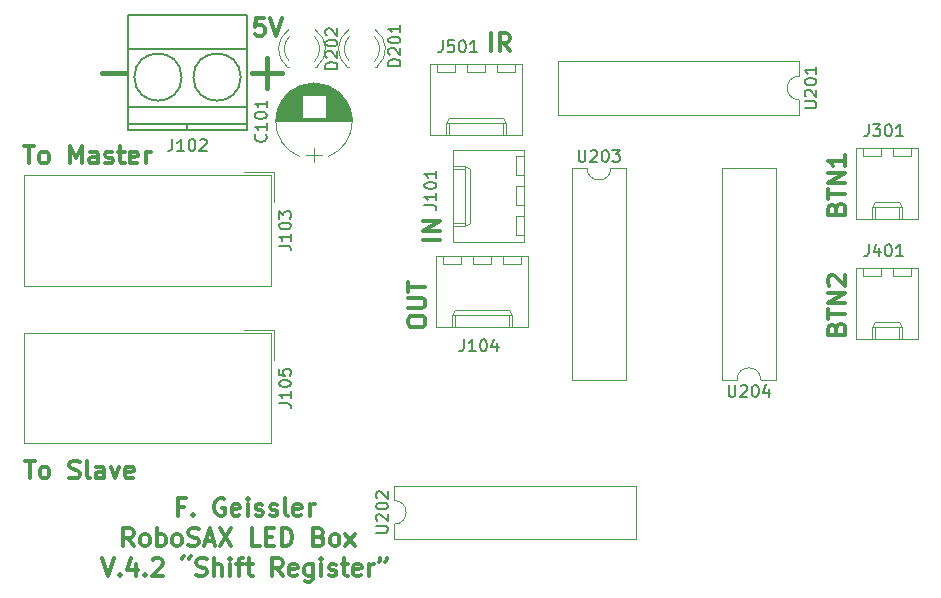
<source format=gto>
%TF.GenerationSoftware,KiCad,Pcbnew,(5.0.0-rc2-dev-488-g86906b05e)*%
%TF.CreationDate,2018-05-18T00:39:14+02:00*%
%TF.ProjectId,ledbox,6C6564626F782E6B696361645F706362,rev?*%
%TF.SameCoordinates,Original*%
%TF.FileFunction,Legend,Top*%
%TF.FilePolarity,Positive*%
%FSLAX46Y46*%
G04 Gerber Fmt 4.6, Leading zero omitted, Abs format (unit mm)*
G04 Created by KiCad (PCBNEW (5.0.0-rc2-dev-488-g86906b05e)) date Fri May 18 00:39:14 2018*
%MOMM*%
%LPD*%
G01*
G04 APERTURE LIST*
%ADD10C,0.300000*%
%ADD11C,0.400000*%
%ADD12C,0.120000*%
%ADD13C,0.150000*%
%ADD14C,0.010000*%
%ADD15C,6.400000*%
%ADD16C,0.800000*%
%ADD17R,1.600000X1.600000*%
%ADD18C,1.600000*%
%ADD19R,1.800000X1.800000*%
%ADD20C,1.800000*%
%ADD21O,2.600000X2.000000*%
%ADD22R,2.600000X2.000000*%
%ADD23R,2.500000X2.500000*%
%ADD24C,2.500000*%
%ADD25R,2.000000X2.600000*%
%ADD26O,2.000000X2.600000*%
%ADD27R,1.600000X2.400000*%
%ADD28O,1.600000X2.400000*%
%ADD29R,2.400000X1.600000*%
%ADD30O,2.400000X1.600000*%
%ADD31O,1.727200X1.727200*%
%ADD32R,1.727200X1.727200*%
G04 APERTURE END LIST*
D10*
X170707857Y-127059285D02*
X170779285Y-126845000D01*
X170850714Y-126773571D01*
X170993571Y-126702142D01*
X171207857Y-126702142D01*
X171350714Y-126773571D01*
X171422142Y-126845000D01*
X171493571Y-126987857D01*
X171493571Y-127559285D01*
X169993571Y-127559285D01*
X169993571Y-127059285D01*
X170065000Y-126916428D01*
X170136428Y-126845000D01*
X170279285Y-126773571D01*
X170422142Y-126773571D01*
X170565000Y-126845000D01*
X170636428Y-126916428D01*
X170707857Y-127059285D01*
X170707857Y-127559285D01*
X169993571Y-126273571D02*
X169993571Y-125416428D01*
X171493571Y-125845000D02*
X169993571Y-125845000D01*
X171493571Y-124916428D02*
X169993571Y-124916428D01*
X171493571Y-124059285D01*
X169993571Y-124059285D01*
X170136428Y-123416428D02*
X170065000Y-123345000D01*
X169993571Y-123202142D01*
X169993571Y-122845000D01*
X170065000Y-122702142D01*
X170136428Y-122630714D01*
X170279285Y-122559285D01*
X170422142Y-122559285D01*
X170636428Y-122630714D01*
X171493571Y-123487857D01*
X171493571Y-122559285D01*
X170707857Y-116899285D02*
X170779285Y-116685000D01*
X170850714Y-116613571D01*
X170993571Y-116542142D01*
X171207857Y-116542142D01*
X171350714Y-116613571D01*
X171422142Y-116685000D01*
X171493571Y-116827857D01*
X171493571Y-117399285D01*
X169993571Y-117399285D01*
X169993571Y-116899285D01*
X170065000Y-116756428D01*
X170136428Y-116685000D01*
X170279285Y-116613571D01*
X170422142Y-116613571D01*
X170565000Y-116685000D01*
X170636428Y-116756428D01*
X170707857Y-116899285D01*
X170707857Y-117399285D01*
X169993571Y-116113571D02*
X169993571Y-115256428D01*
X171493571Y-115685000D02*
X169993571Y-115685000D01*
X171493571Y-114756428D02*
X169993571Y-114756428D01*
X171493571Y-113899285D01*
X169993571Y-113899285D01*
X171493571Y-112399285D02*
X171493571Y-113256428D01*
X171493571Y-112827857D02*
X169993571Y-112827857D01*
X170207857Y-112970714D01*
X170350714Y-113113571D01*
X170422142Y-113256428D01*
X134433571Y-126595000D02*
X134433571Y-126309285D01*
X134505000Y-126166428D01*
X134647857Y-126023571D01*
X134933571Y-125952142D01*
X135433571Y-125952142D01*
X135719285Y-126023571D01*
X135862142Y-126166428D01*
X135933571Y-126309285D01*
X135933571Y-126595000D01*
X135862142Y-126737857D01*
X135719285Y-126880714D01*
X135433571Y-126952142D01*
X134933571Y-126952142D01*
X134647857Y-126880714D01*
X134505000Y-126737857D01*
X134433571Y-126595000D01*
X134433571Y-125309285D02*
X135647857Y-125309285D01*
X135790714Y-125237857D01*
X135862142Y-125166428D01*
X135933571Y-125023571D01*
X135933571Y-124737857D01*
X135862142Y-124595000D01*
X135790714Y-124523571D01*
X135647857Y-124452142D01*
X134433571Y-124452142D01*
X134433571Y-123952142D02*
X134433571Y-123095000D01*
X135933571Y-123523571D02*
X134433571Y-123523571D01*
X137203571Y-119530714D02*
X135703571Y-119530714D01*
X137203571Y-118816428D02*
X135703571Y-118816428D01*
X137203571Y-117959285D01*
X135703571Y-117959285D01*
X141490000Y-103548571D02*
X141490000Y-102048571D01*
X143061428Y-103548571D02*
X142561428Y-102834285D01*
X142204285Y-103548571D02*
X142204285Y-102048571D01*
X142775714Y-102048571D01*
X142918571Y-102120000D01*
X142990000Y-102191428D01*
X143061428Y-102334285D01*
X143061428Y-102548571D01*
X142990000Y-102691428D01*
X142918571Y-102762857D01*
X142775714Y-102834285D01*
X142204285Y-102834285D01*
X102001428Y-138243571D02*
X102858571Y-138243571D01*
X102430000Y-139743571D02*
X102430000Y-138243571D01*
X103572857Y-139743571D02*
X103430000Y-139672142D01*
X103358571Y-139600714D01*
X103287142Y-139457857D01*
X103287142Y-139029285D01*
X103358571Y-138886428D01*
X103430000Y-138815000D01*
X103572857Y-138743571D01*
X103787142Y-138743571D01*
X103930000Y-138815000D01*
X104001428Y-138886428D01*
X104072857Y-139029285D01*
X104072857Y-139457857D01*
X104001428Y-139600714D01*
X103930000Y-139672142D01*
X103787142Y-139743571D01*
X103572857Y-139743571D01*
X105787142Y-139672142D02*
X106001428Y-139743571D01*
X106358571Y-139743571D01*
X106501428Y-139672142D01*
X106572857Y-139600714D01*
X106644285Y-139457857D01*
X106644285Y-139315000D01*
X106572857Y-139172142D01*
X106501428Y-139100714D01*
X106358571Y-139029285D01*
X106072857Y-138957857D01*
X105930000Y-138886428D01*
X105858571Y-138815000D01*
X105787142Y-138672142D01*
X105787142Y-138529285D01*
X105858571Y-138386428D01*
X105930000Y-138315000D01*
X106072857Y-138243571D01*
X106430000Y-138243571D01*
X106644285Y-138315000D01*
X107501428Y-139743571D02*
X107358571Y-139672142D01*
X107287142Y-139529285D01*
X107287142Y-138243571D01*
X108715714Y-139743571D02*
X108715714Y-138957857D01*
X108644285Y-138815000D01*
X108501428Y-138743571D01*
X108215714Y-138743571D01*
X108072857Y-138815000D01*
X108715714Y-139672142D02*
X108572857Y-139743571D01*
X108215714Y-139743571D01*
X108072857Y-139672142D01*
X108001428Y-139529285D01*
X108001428Y-139386428D01*
X108072857Y-139243571D01*
X108215714Y-139172142D01*
X108572857Y-139172142D01*
X108715714Y-139100714D01*
X109287142Y-138743571D02*
X109644285Y-139743571D01*
X110001428Y-138743571D01*
X111144285Y-139672142D02*
X111001428Y-139743571D01*
X110715714Y-139743571D01*
X110572857Y-139672142D01*
X110501428Y-139529285D01*
X110501428Y-138957857D01*
X110572857Y-138815000D01*
X110715714Y-138743571D01*
X111001428Y-138743571D01*
X111144285Y-138815000D01*
X111215714Y-138957857D01*
X111215714Y-139100714D01*
X110501428Y-139243571D01*
X101957857Y-111573571D02*
X102815000Y-111573571D01*
X102386428Y-113073571D02*
X102386428Y-111573571D01*
X103529285Y-113073571D02*
X103386428Y-113002142D01*
X103315000Y-112930714D01*
X103243571Y-112787857D01*
X103243571Y-112359285D01*
X103315000Y-112216428D01*
X103386428Y-112145000D01*
X103529285Y-112073571D01*
X103743571Y-112073571D01*
X103886428Y-112145000D01*
X103957857Y-112216428D01*
X104029285Y-112359285D01*
X104029285Y-112787857D01*
X103957857Y-112930714D01*
X103886428Y-113002142D01*
X103743571Y-113073571D01*
X103529285Y-113073571D01*
X105815000Y-113073571D02*
X105815000Y-111573571D01*
X106315000Y-112645000D01*
X106815000Y-111573571D01*
X106815000Y-113073571D01*
X108172142Y-113073571D02*
X108172142Y-112287857D01*
X108100714Y-112145000D01*
X107957857Y-112073571D01*
X107672142Y-112073571D01*
X107529285Y-112145000D01*
X108172142Y-113002142D02*
X108029285Y-113073571D01*
X107672142Y-113073571D01*
X107529285Y-113002142D01*
X107457857Y-112859285D01*
X107457857Y-112716428D01*
X107529285Y-112573571D01*
X107672142Y-112502142D01*
X108029285Y-112502142D01*
X108172142Y-112430714D01*
X108815000Y-113002142D02*
X108957857Y-113073571D01*
X109243571Y-113073571D01*
X109386428Y-113002142D01*
X109457857Y-112859285D01*
X109457857Y-112787857D01*
X109386428Y-112645000D01*
X109243571Y-112573571D01*
X109029285Y-112573571D01*
X108886428Y-112502142D01*
X108815000Y-112359285D01*
X108815000Y-112287857D01*
X108886428Y-112145000D01*
X109029285Y-112073571D01*
X109243571Y-112073571D01*
X109386428Y-112145000D01*
X109886428Y-112073571D02*
X110457857Y-112073571D01*
X110100714Y-111573571D02*
X110100714Y-112859285D01*
X110172142Y-113002142D01*
X110315000Y-113073571D01*
X110457857Y-113073571D01*
X111529285Y-113002142D02*
X111386428Y-113073571D01*
X111100714Y-113073571D01*
X110957857Y-113002142D01*
X110886428Y-112859285D01*
X110886428Y-112287857D01*
X110957857Y-112145000D01*
X111100714Y-112073571D01*
X111386428Y-112073571D01*
X111529285Y-112145000D01*
X111600714Y-112287857D01*
X111600714Y-112430714D01*
X110886428Y-112573571D01*
X112243571Y-113073571D02*
X112243571Y-112073571D01*
X112243571Y-112359285D02*
X112315000Y-112216428D01*
X112386428Y-112145000D01*
X112529285Y-112073571D01*
X112672142Y-112073571D01*
D11*
X110490000Y-105410000D02*
X108585000Y-105410000D01*
D10*
X122269285Y-100778571D02*
X121555000Y-100778571D01*
X121483571Y-101492857D01*
X121555000Y-101421428D01*
X121697857Y-101350000D01*
X122055000Y-101350000D01*
X122197857Y-101421428D01*
X122269285Y-101492857D01*
X122340714Y-101635714D01*
X122340714Y-101992857D01*
X122269285Y-102135714D01*
X122197857Y-102207142D01*
X122055000Y-102278571D01*
X121697857Y-102278571D01*
X121555000Y-102207142D01*
X121483571Y-102135714D01*
X122769285Y-100778571D02*
X123269285Y-102278571D01*
X123769285Y-100778571D01*
D11*
X122555000Y-104140000D02*
X122555000Y-106680000D01*
X121285000Y-105410000D02*
X123825000Y-105410000D01*
D10*
X115471428Y-142122857D02*
X114971428Y-142122857D01*
X114971428Y-142908571D02*
X114971428Y-141408571D01*
X115685714Y-141408571D01*
X116257142Y-142765714D02*
X116328571Y-142837142D01*
X116257142Y-142908571D01*
X116185714Y-142837142D01*
X116257142Y-142765714D01*
X116257142Y-142908571D01*
X118900000Y-141480000D02*
X118757142Y-141408571D01*
X118542857Y-141408571D01*
X118328571Y-141480000D01*
X118185714Y-141622857D01*
X118114285Y-141765714D01*
X118042857Y-142051428D01*
X118042857Y-142265714D01*
X118114285Y-142551428D01*
X118185714Y-142694285D01*
X118328571Y-142837142D01*
X118542857Y-142908571D01*
X118685714Y-142908571D01*
X118900000Y-142837142D01*
X118971428Y-142765714D01*
X118971428Y-142265714D01*
X118685714Y-142265714D01*
X120185714Y-142837142D02*
X120042857Y-142908571D01*
X119757142Y-142908571D01*
X119614285Y-142837142D01*
X119542857Y-142694285D01*
X119542857Y-142122857D01*
X119614285Y-141980000D01*
X119757142Y-141908571D01*
X120042857Y-141908571D01*
X120185714Y-141980000D01*
X120257142Y-142122857D01*
X120257142Y-142265714D01*
X119542857Y-142408571D01*
X120900000Y-142908571D02*
X120900000Y-141908571D01*
X120900000Y-141408571D02*
X120828571Y-141480000D01*
X120900000Y-141551428D01*
X120971428Y-141480000D01*
X120900000Y-141408571D01*
X120900000Y-141551428D01*
X121542857Y-142837142D02*
X121685714Y-142908571D01*
X121971428Y-142908571D01*
X122114285Y-142837142D01*
X122185714Y-142694285D01*
X122185714Y-142622857D01*
X122114285Y-142480000D01*
X121971428Y-142408571D01*
X121757142Y-142408571D01*
X121614285Y-142337142D01*
X121542857Y-142194285D01*
X121542857Y-142122857D01*
X121614285Y-141980000D01*
X121757142Y-141908571D01*
X121971428Y-141908571D01*
X122114285Y-141980000D01*
X122757142Y-142837142D02*
X122900000Y-142908571D01*
X123185714Y-142908571D01*
X123328571Y-142837142D01*
X123400000Y-142694285D01*
X123400000Y-142622857D01*
X123328571Y-142480000D01*
X123185714Y-142408571D01*
X122971428Y-142408571D01*
X122828571Y-142337142D01*
X122757142Y-142194285D01*
X122757142Y-142122857D01*
X122828571Y-141980000D01*
X122971428Y-141908571D01*
X123185714Y-141908571D01*
X123328571Y-141980000D01*
X124257142Y-142908571D02*
X124114285Y-142837142D01*
X124042857Y-142694285D01*
X124042857Y-141408571D01*
X125400000Y-142837142D02*
X125257142Y-142908571D01*
X124971428Y-142908571D01*
X124828571Y-142837142D01*
X124757142Y-142694285D01*
X124757142Y-142122857D01*
X124828571Y-141980000D01*
X124971428Y-141908571D01*
X125257142Y-141908571D01*
X125400000Y-141980000D01*
X125471428Y-142122857D01*
X125471428Y-142265714D01*
X124757142Y-142408571D01*
X126114285Y-142908571D02*
X126114285Y-141908571D01*
X126114285Y-142194285D02*
X126185714Y-142051428D01*
X126257142Y-141980000D01*
X126400000Y-141908571D01*
X126542857Y-141908571D01*
X111221428Y-145458571D02*
X110721428Y-144744285D01*
X110364285Y-145458571D02*
X110364285Y-143958571D01*
X110935714Y-143958571D01*
X111078571Y-144030000D01*
X111150000Y-144101428D01*
X111221428Y-144244285D01*
X111221428Y-144458571D01*
X111150000Y-144601428D01*
X111078571Y-144672857D01*
X110935714Y-144744285D01*
X110364285Y-144744285D01*
X112078571Y-145458571D02*
X111935714Y-145387142D01*
X111864285Y-145315714D01*
X111792857Y-145172857D01*
X111792857Y-144744285D01*
X111864285Y-144601428D01*
X111935714Y-144530000D01*
X112078571Y-144458571D01*
X112292857Y-144458571D01*
X112435714Y-144530000D01*
X112507142Y-144601428D01*
X112578571Y-144744285D01*
X112578571Y-145172857D01*
X112507142Y-145315714D01*
X112435714Y-145387142D01*
X112292857Y-145458571D01*
X112078571Y-145458571D01*
X113221428Y-145458571D02*
X113221428Y-143958571D01*
X113221428Y-144530000D02*
X113364285Y-144458571D01*
X113650000Y-144458571D01*
X113792857Y-144530000D01*
X113864285Y-144601428D01*
X113935714Y-144744285D01*
X113935714Y-145172857D01*
X113864285Y-145315714D01*
X113792857Y-145387142D01*
X113650000Y-145458571D01*
X113364285Y-145458571D01*
X113221428Y-145387142D01*
X114792857Y-145458571D02*
X114650000Y-145387142D01*
X114578571Y-145315714D01*
X114507142Y-145172857D01*
X114507142Y-144744285D01*
X114578571Y-144601428D01*
X114650000Y-144530000D01*
X114792857Y-144458571D01*
X115007142Y-144458571D01*
X115150000Y-144530000D01*
X115221428Y-144601428D01*
X115292857Y-144744285D01*
X115292857Y-145172857D01*
X115221428Y-145315714D01*
X115150000Y-145387142D01*
X115007142Y-145458571D01*
X114792857Y-145458571D01*
X115864285Y-145387142D02*
X116078571Y-145458571D01*
X116435714Y-145458571D01*
X116578571Y-145387142D01*
X116650000Y-145315714D01*
X116721428Y-145172857D01*
X116721428Y-145030000D01*
X116650000Y-144887142D01*
X116578571Y-144815714D01*
X116435714Y-144744285D01*
X116150000Y-144672857D01*
X116007142Y-144601428D01*
X115935714Y-144530000D01*
X115864285Y-144387142D01*
X115864285Y-144244285D01*
X115935714Y-144101428D01*
X116007142Y-144030000D01*
X116150000Y-143958571D01*
X116507142Y-143958571D01*
X116721428Y-144030000D01*
X117292857Y-145030000D02*
X118007142Y-145030000D01*
X117150000Y-145458571D02*
X117650000Y-143958571D01*
X118150000Y-145458571D01*
X118507142Y-143958571D02*
X119507142Y-145458571D01*
X119507142Y-143958571D02*
X118507142Y-145458571D01*
X121935714Y-145458571D02*
X121221428Y-145458571D01*
X121221428Y-143958571D01*
X122435714Y-144672857D02*
X122935714Y-144672857D01*
X123149999Y-145458571D02*
X122435714Y-145458571D01*
X122435714Y-143958571D01*
X123149999Y-143958571D01*
X123792857Y-145458571D02*
X123792857Y-143958571D01*
X124149999Y-143958571D01*
X124364285Y-144030000D01*
X124507142Y-144172857D01*
X124578571Y-144315714D01*
X124649999Y-144601428D01*
X124649999Y-144815714D01*
X124578571Y-145101428D01*
X124507142Y-145244285D01*
X124364285Y-145387142D01*
X124149999Y-145458571D01*
X123792857Y-145458571D01*
X126935714Y-144672857D02*
X127149999Y-144744285D01*
X127221428Y-144815714D01*
X127292857Y-144958571D01*
X127292857Y-145172857D01*
X127221428Y-145315714D01*
X127149999Y-145387142D01*
X127007142Y-145458571D01*
X126435714Y-145458571D01*
X126435714Y-143958571D01*
X126935714Y-143958571D01*
X127078571Y-144030000D01*
X127149999Y-144101428D01*
X127221428Y-144244285D01*
X127221428Y-144387142D01*
X127149999Y-144530000D01*
X127078571Y-144601428D01*
X126935714Y-144672857D01*
X126435714Y-144672857D01*
X128149999Y-145458571D02*
X128007142Y-145387142D01*
X127935714Y-145315714D01*
X127864285Y-145172857D01*
X127864285Y-144744285D01*
X127935714Y-144601428D01*
X128007142Y-144530000D01*
X128149999Y-144458571D01*
X128364285Y-144458571D01*
X128507142Y-144530000D01*
X128578571Y-144601428D01*
X128649999Y-144744285D01*
X128649999Y-145172857D01*
X128578571Y-145315714D01*
X128507142Y-145387142D01*
X128364285Y-145458571D01*
X128149999Y-145458571D01*
X129149999Y-145458571D02*
X129935714Y-144458571D01*
X129149999Y-144458571D02*
X129935714Y-145458571D01*
X108542857Y-146508571D02*
X109042857Y-148008571D01*
X109542857Y-146508571D01*
X110042857Y-147865714D02*
X110114285Y-147937142D01*
X110042857Y-148008571D01*
X109971428Y-147937142D01*
X110042857Y-147865714D01*
X110042857Y-148008571D01*
X111400000Y-147008571D02*
X111400000Y-148008571D01*
X111042857Y-146437142D02*
X110685714Y-147508571D01*
X111614285Y-147508571D01*
X112185714Y-147865714D02*
X112257142Y-147937142D01*
X112185714Y-148008571D01*
X112114285Y-147937142D01*
X112185714Y-147865714D01*
X112185714Y-148008571D01*
X112828571Y-146651428D02*
X112900000Y-146580000D01*
X113042857Y-146508571D01*
X113400000Y-146508571D01*
X113542857Y-146580000D01*
X113614285Y-146651428D01*
X113685714Y-146794285D01*
X113685714Y-146937142D01*
X113614285Y-147151428D01*
X112757142Y-148008571D01*
X113685714Y-148008571D01*
X115900000Y-146580000D02*
X115900000Y-146508571D01*
X115971428Y-146365714D01*
X116042857Y-146294285D01*
X115328571Y-146580000D02*
X115328571Y-146508571D01*
X115400000Y-146365714D01*
X115471428Y-146294285D01*
X116542857Y-147937142D02*
X116757142Y-148008571D01*
X117114285Y-148008571D01*
X117257142Y-147937142D01*
X117328571Y-147865714D01*
X117400000Y-147722857D01*
X117400000Y-147580000D01*
X117328571Y-147437142D01*
X117257142Y-147365714D01*
X117114285Y-147294285D01*
X116828571Y-147222857D01*
X116685714Y-147151428D01*
X116614285Y-147080000D01*
X116542857Y-146937142D01*
X116542857Y-146794285D01*
X116614285Y-146651428D01*
X116685714Y-146580000D01*
X116828571Y-146508571D01*
X117185714Y-146508571D01*
X117400000Y-146580000D01*
X118042857Y-148008571D02*
X118042857Y-146508571D01*
X118685714Y-148008571D02*
X118685714Y-147222857D01*
X118614285Y-147080000D01*
X118471428Y-147008571D01*
X118257142Y-147008571D01*
X118114285Y-147080000D01*
X118042857Y-147151428D01*
X119400000Y-148008571D02*
X119400000Y-147008571D01*
X119400000Y-146508571D02*
X119328571Y-146580000D01*
X119400000Y-146651428D01*
X119471428Y-146580000D01*
X119400000Y-146508571D01*
X119400000Y-146651428D01*
X119900000Y-147008571D02*
X120471428Y-147008571D01*
X120114285Y-148008571D02*
X120114285Y-146722857D01*
X120185714Y-146580000D01*
X120328571Y-146508571D01*
X120471428Y-146508571D01*
X120757142Y-147008571D02*
X121328571Y-147008571D01*
X120971428Y-146508571D02*
X120971428Y-147794285D01*
X121042857Y-147937142D01*
X121185714Y-148008571D01*
X121328571Y-148008571D01*
X123828571Y-148008571D02*
X123328571Y-147294285D01*
X122971428Y-148008571D02*
X122971428Y-146508571D01*
X123542857Y-146508571D01*
X123685714Y-146580000D01*
X123757142Y-146651428D01*
X123828571Y-146794285D01*
X123828571Y-147008571D01*
X123757142Y-147151428D01*
X123685714Y-147222857D01*
X123542857Y-147294285D01*
X122971428Y-147294285D01*
X125042857Y-147937142D02*
X124900000Y-148008571D01*
X124614285Y-148008571D01*
X124471428Y-147937142D01*
X124400000Y-147794285D01*
X124400000Y-147222857D01*
X124471428Y-147080000D01*
X124614285Y-147008571D01*
X124900000Y-147008571D01*
X125042857Y-147080000D01*
X125114285Y-147222857D01*
X125114285Y-147365714D01*
X124400000Y-147508571D01*
X126400000Y-147008571D02*
X126400000Y-148222857D01*
X126328571Y-148365714D01*
X126257142Y-148437142D01*
X126114285Y-148508571D01*
X125900000Y-148508571D01*
X125757142Y-148437142D01*
X126400000Y-147937142D02*
X126257142Y-148008571D01*
X125971428Y-148008571D01*
X125828571Y-147937142D01*
X125757142Y-147865714D01*
X125685714Y-147722857D01*
X125685714Y-147294285D01*
X125757142Y-147151428D01*
X125828571Y-147080000D01*
X125971428Y-147008571D01*
X126257142Y-147008571D01*
X126400000Y-147080000D01*
X127114285Y-148008571D02*
X127114285Y-147008571D01*
X127114285Y-146508571D02*
X127042857Y-146580000D01*
X127114285Y-146651428D01*
X127185714Y-146580000D01*
X127114285Y-146508571D01*
X127114285Y-146651428D01*
X127757142Y-147937142D02*
X127900000Y-148008571D01*
X128185714Y-148008571D01*
X128328571Y-147937142D01*
X128400000Y-147794285D01*
X128400000Y-147722857D01*
X128328571Y-147580000D01*
X128185714Y-147508571D01*
X127971428Y-147508571D01*
X127828571Y-147437142D01*
X127757142Y-147294285D01*
X127757142Y-147222857D01*
X127828571Y-147080000D01*
X127971428Y-147008571D01*
X128185714Y-147008571D01*
X128328571Y-147080000D01*
X128828571Y-147008571D02*
X129400000Y-147008571D01*
X129042857Y-146508571D02*
X129042857Y-147794285D01*
X129114285Y-147937142D01*
X129257142Y-148008571D01*
X129400000Y-148008571D01*
X130471428Y-147937142D02*
X130328571Y-148008571D01*
X130042857Y-148008571D01*
X129900000Y-147937142D01*
X129828571Y-147794285D01*
X129828571Y-147222857D01*
X129900000Y-147080000D01*
X130042857Y-147008571D01*
X130328571Y-147008571D01*
X130471428Y-147080000D01*
X130542857Y-147222857D01*
X130542857Y-147365714D01*
X129828571Y-147508571D01*
X131185714Y-148008571D02*
X131185714Y-147008571D01*
X131185714Y-147294285D02*
X131257142Y-147151428D01*
X131328571Y-147080000D01*
X131471428Y-147008571D01*
X131614285Y-147008571D01*
X132114285Y-146508571D02*
X132114285Y-146580000D01*
X132042857Y-146722857D01*
X131971428Y-146794285D01*
X132685714Y-146508571D02*
X132685714Y-146580000D01*
X132614285Y-146722857D01*
X132542857Y-146794285D01*
D12*
%TO.C,C101*%
X125312864Y-106476180D02*
G75*
G03X125312000Y-112511482I1179136J-3017820D01*
G01*
X127671136Y-106476180D02*
G75*
G02X127672000Y-112511482I-1179136J-3017820D01*
G01*
X127671136Y-106476180D02*
G75*
G03X125312000Y-106476518I-1179136J-3017820D01*
G01*
X123292000Y-109494000D02*
X129692000Y-109494000D01*
X123292000Y-109454000D02*
X129692000Y-109454000D01*
X123292000Y-109414000D02*
X129692000Y-109414000D01*
X123294000Y-109374000D02*
X129690000Y-109374000D01*
X123295000Y-109334000D02*
X129689000Y-109334000D01*
X123298000Y-109294000D02*
X129686000Y-109294000D01*
X123300000Y-109254000D02*
X129684000Y-109254000D01*
X123304000Y-109214000D02*
X125512000Y-109214000D01*
X127472000Y-109214000D02*
X129680000Y-109214000D01*
X123307000Y-109174000D02*
X125512000Y-109174000D01*
X127472000Y-109174000D02*
X129677000Y-109174000D01*
X123312000Y-109134000D02*
X125512000Y-109134000D01*
X127472000Y-109134000D02*
X129672000Y-109134000D01*
X123316000Y-109094000D02*
X125512000Y-109094000D01*
X127472000Y-109094000D02*
X129668000Y-109094000D01*
X123322000Y-109054000D02*
X125512000Y-109054000D01*
X127472000Y-109054000D02*
X129662000Y-109054000D01*
X123327000Y-109014000D02*
X125512000Y-109014000D01*
X127472000Y-109014000D02*
X129657000Y-109014000D01*
X123334000Y-108974000D02*
X125512000Y-108974000D01*
X127472000Y-108974000D02*
X129650000Y-108974000D01*
X123340000Y-108934000D02*
X125512000Y-108934000D01*
X127472000Y-108934000D02*
X129644000Y-108934000D01*
X123348000Y-108894000D02*
X125512000Y-108894000D01*
X127472000Y-108894000D02*
X129636000Y-108894000D01*
X123355000Y-108854000D02*
X125512000Y-108854000D01*
X127472000Y-108854000D02*
X129629000Y-108854000D01*
X123364000Y-108814000D02*
X125512000Y-108814000D01*
X127472000Y-108814000D02*
X129620000Y-108814000D01*
X123373000Y-108773000D02*
X125512000Y-108773000D01*
X127472000Y-108773000D02*
X129611000Y-108773000D01*
X123382000Y-108733000D02*
X125512000Y-108733000D01*
X127472000Y-108733000D02*
X129602000Y-108733000D01*
X123392000Y-108693000D02*
X125512000Y-108693000D01*
X127472000Y-108693000D02*
X129592000Y-108693000D01*
X123402000Y-108653000D02*
X125512000Y-108653000D01*
X127472000Y-108653000D02*
X129582000Y-108653000D01*
X123413000Y-108613000D02*
X125512000Y-108613000D01*
X127472000Y-108613000D02*
X129571000Y-108613000D01*
X123425000Y-108573000D02*
X125512000Y-108573000D01*
X127472000Y-108573000D02*
X129559000Y-108573000D01*
X123437000Y-108533000D02*
X125512000Y-108533000D01*
X127472000Y-108533000D02*
X129547000Y-108533000D01*
X123450000Y-108493000D02*
X125512000Y-108493000D01*
X127472000Y-108493000D02*
X129534000Y-108493000D01*
X123463000Y-108453000D02*
X125512000Y-108453000D01*
X127472000Y-108453000D02*
X129521000Y-108453000D01*
X123477000Y-108413000D02*
X125512000Y-108413000D01*
X127472000Y-108413000D02*
X129507000Y-108413000D01*
X123491000Y-108373000D02*
X125512000Y-108373000D01*
X127472000Y-108373000D02*
X129493000Y-108373000D01*
X123506000Y-108333000D02*
X125512000Y-108333000D01*
X127472000Y-108333000D02*
X129478000Y-108333000D01*
X123522000Y-108293000D02*
X125512000Y-108293000D01*
X127472000Y-108293000D02*
X129462000Y-108293000D01*
X123538000Y-108253000D02*
X125512000Y-108253000D01*
X127472000Y-108253000D02*
X129446000Y-108253000D01*
X123555000Y-108213000D02*
X125512000Y-108213000D01*
X127472000Y-108213000D02*
X129429000Y-108213000D01*
X123573000Y-108173000D02*
X125512000Y-108173000D01*
X127472000Y-108173000D02*
X129411000Y-108173000D01*
X123591000Y-108133000D02*
X125512000Y-108133000D01*
X127472000Y-108133000D02*
X129393000Y-108133000D01*
X123610000Y-108093000D02*
X125512000Y-108093000D01*
X127472000Y-108093000D02*
X129374000Y-108093000D01*
X123629000Y-108053000D02*
X125512000Y-108053000D01*
X127472000Y-108053000D02*
X129355000Y-108053000D01*
X123649000Y-108013000D02*
X125512000Y-108013000D01*
X127472000Y-108013000D02*
X129335000Y-108013000D01*
X123670000Y-107973000D02*
X125512000Y-107973000D01*
X127472000Y-107973000D02*
X129314000Y-107973000D01*
X123692000Y-107933000D02*
X125512000Y-107933000D01*
X127472000Y-107933000D02*
X129292000Y-107933000D01*
X123714000Y-107893000D02*
X125512000Y-107893000D01*
X127472000Y-107893000D02*
X129270000Y-107893000D01*
X123737000Y-107853000D02*
X125512000Y-107853000D01*
X127472000Y-107853000D02*
X129247000Y-107853000D01*
X123761000Y-107813000D02*
X125512000Y-107813000D01*
X127472000Y-107813000D02*
X129223000Y-107813000D01*
X123786000Y-107773000D02*
X125512000Y-107773000D01*
X127472000Y-107773000D02*
X129198000Y-107773000D01*
X123811000Y-107733000D02*
X125512000Y-107733000D01*
X127472000Y-107733000D02*
X129173000Y-107733000D01*
X123838000Y-107693000D02*
X125512000Y-107693000D01*
X127472000Y-107693000D02*
X129146000Y-107693000D01*
X123865000Y-107653000D02*
X125512000Y-107653000D01*
X127472000Y-107653000D02*
X129119000Y-107653000D01*
X123893000Y-107613000D02*
X125512000Y-107613000D01*
X127472000Y-107613000D02*
X129091000Y-107613000D01*
X123922000Y-107573000D02*
X125512000Y-107573000D01*
X127472000Y-107573000D02*
X129062000Y-107573000D01*
X123952000Y-107533000D02*
X125512000Y-107533000D01*
X127472000Y-107533000D02*
X129032000Y-107533000D01*
X123982000Y-107493000D02*
X125512000Y-107493000D01*
X127472000Y-107493000D02*
X129002000Y-107493000D01*
X124014000Y-107453000D02*
X125512000Y-107453000D01*
X127472000Y-107453000D02*
X128970000Y-107453000D01*
X124047000Y-107413000D02*
X125512000Y-107413000D01*
X127472000Y-107413000D02*
X128937000Y-107413000D01*
X124081000Y-107373000D02*
X125512000Y-107373000D01*
X127472000Y-107373000D02*
X128903000Y-107373000D01*
X124117000Y-107333000D02*
X125512000Y-107333000D01*
X127472000Y-107333000D02*
X128867000Y-107333000D01*
X124153000Y-107293000D02*
X125512000Y-107293000D01*
X127472000Y-107293000D02*
X128831000Y-107293000D01*
X124191000Y-107253000D02*
X128793000Y-107253000D01*
X124230000Y-107213000D02*
X128754000Y-107213000D01*
X124270000Y-107173000D02*
X128714000Y-107173000D01*
X124312000Y-107133000D02*
X128672000Y-107133000D01*
X124355000Y-107093000D02*
X128629000Y-107093000D01*
X124400000Y-107053000D02*
X128584000Y-107053000D01*
X124447000Y-107013000D02*
X128537000Y-107013000D01*
X124495000Y-106973000D02*
X128489000Y-106973000D01*
X124546000Y-106933000D02*
X128438000Y-106933000D01*
X124598000Y-106893000D02*
X128386000Y-106893000D01*
X124653000Y-106853000D02*
X128331000Y-106853000D01*
X124711000Y-106813000D02*
X128273000Y-106813000D01*
X124771000Y-106773000D02*
X128213000Y-106773000D01*
X124834000Y-106733000D02*
X128150000Y-106733000D01*
X124901000Y-106693000D02*
X128083000Y-106693000D01*
X124972000Y-106653000D02*
X128012000Y-106653000D01*
X125047000Y-106613000D02*
X127937000Y-106613000D01*
X125128000Y-106573000D02*
X127856000Y-106573000D01*
X125214000Y-106533000D02*
X127770000Y-106533000D01*
X125308000Y-106493000D02*
X127676000Y-106493000D01*
X125411000Y-106453000D02*
X127573000Y-106453000D01*
X125526000Y-106413000D02*
X127458000Y-106413000D01*
X125658000Y-106373000D02*
X127326000Y-106373000D01*
X125816000Y-106333000D02*
X127168000Y-106333000D01*
X126024000Y-106293000D02*
X126960000Y-106293000D01*
X126492000Y-112944000D02*
X126492000Y-111744000D01*
X125842000Y-112344000D02*
X127142000Y-112344000D01*
%TO.C,D201*%
X129477392Y-101705665D02*
G75*
G03X129320484Y-104938000I1078608J-1672335D01*
G01*
X131634608Y-101705665D02*
G75*
G02X131791516Y-104938000I-1078608J-1672335D01*
G01*
X129476163Y-102336870D02*
G75*
G03X129476000Y-104418961I1079837J-1041130D01*
G01*
X131635837Y-102336870D02*
G75*
G02X131636000Y-104418961I-1079837J-1041130D01*
G01*
X129320000Y-104938000D02*
X129476000Y-104938000D01*
X131636000Y-104938000D02*
X131792000Y-104938000D01*
%TO.C,D202*%
X126556000Y-104938000D02*
X126712000Y-104938000D01*
X124240000Y-104938000D02*
X124396000Y-104938000D01*
X126555837Y-102336870D02*
G75*
G02X126556000Y-104418961I-1079837J-1041130D01*
G01*
X124396163Y-102336870D02*
G75*
G03X124396000Y-104418961I1079837J-1041130D01*
G01*
X126554608Y-101705665D02*
G75*
G02X126711516Y-104938000I-1078608J-1672335D01*
G01*
X124397392Y-101705665D02*
G75*
G03X124240484Y-104938000I1078608J-1672335D01*
G01*
%TO.C,J101*%
X143624000Y-119164000D02*
X144244000Y-119164000D01*
X143624000Y-117564000D02*
X143624000Y-119164000D01*
X144244000Y-117564000D02*
X143624000Y-117564000D01*
X143624000Y-116624000D02*
X144244000Y-116624000D01*
X143624000Y-115024000D02*
X143624000Y-116624000D01*
X144244000Y-115024000D02*
X143624000Y-115024000D01*
X143624000Y-114084000D02*
X144244000Y-114084000D01*
X143624000Y-112484000D02*
X143624000Y-114084000D01*
X144244000Y-112484000D02*
X143624000Y-112484000D01*
X138244000Y-118114000D02*
X139244000Y-118114000D01*
X138244000Y-113534000D02*
X139244000Y-113534000D01*
X139674000Y-118114000D02*
X139244000Y-118364000D01*
X139674000Y-113534000D02*
X139674000Y-118114000D01*
X139244000Y-113284000D02*
X139674000Y-113534000D01*
X139244000Y-118364000D02*
X138244000Y-118364000D01*
X139244000Y-113284000D02*
X139244000Y-118364000D01*
X138244000Y-113284000D02*
X139244000Y-113284000D01*
X144244000Y-119734000D02*
X144244000Y-111914000D01*
X138244000Y-119734000D02*
X144244000Y-119734000D01*
X138244000Y-111914000D02*
X138244000Y-119734000D01*
X144244000Y-111914000D02*
X138244000Y-111914000D01*
D13*
%TO.C,J102*%
X115784000Y-109764000D02*
X115784000Y-110264000D01*
X110784000Y-108264000D02*
X120784000Y-108264000D01*
X110784000Y-103364000D02*
X120784000Y-103364000D01*
X110784000Y-109764000D02*
X120784000Y-109764000D01*
X110784000Y-110264000D02*
X120784000Y-110264000D01*
X120784000Y-110264000D02*
X120784000Y-100464000D01*
X120784000Y-100464000D02*
X110784000Y-100464000D01*
X110784000Y-100464000D02*
X110784000Y-110264000D01*
X120284000Y-105764000D02*
G75*
G03X120284000Y-105764000I-2000000J0D01*
G01*
X115284000Y-105764000D02*
G75*
G03X115284000Y-105764000I-2000000J0D01*
G01*
D12*
%TO.C,J104*%
X136806000Y-120932000D02*
X136806000Y-126932000D01*
X136806000Y-126932000D02*
X144626000Y-126932000D01*
X144626000Y-126932000D02*
X144626000Y-120932000D01*
X144626000Y-120932000D02*
X136806000Y-120932000D01*
X138176000Y-126932000D02*
X138176000Y-125932000D01*
X138176000Y-125932000D02*
X143256000Y-125932000D01*
X143256000Y-125932000D02*
X143256000Y-126932000D01*
X138176000Y-125932000D02*
X138426000Y-125502000D01*
X138426000Y-125502000D02*
X143006000Y-125502000D01*
X143006000Y-125502000D02*
X143256000Y-125932000D01*
X138426000Y-126932000D02*
X138426000Y-125932000D01*
X143006000Y-126932000D02*
X143006000Y-125932000D01*
X137376000Y-120932000D02*
X137376000Y-121552000D01*
X137376000Y-121552000D02*
X138976000Y-121552000D01*
X138976000Y-121552000D02*
X138976000Y-120932000D01*
X139916000Y-120932000D02*
X139916000Y-121552000D01*
X139916000Y-121552000D02*
X141516000Y-121552000D01*
X141516000Y-121552000D02*
X141516000Y-120932000D01*
X142456000Y-120932000D02*
X142456000Y-121552000D01*
X142456000Y-121552000D02*
X144056000Y-121552000D01*
X144056000Y-121552000D02*
X144056000Y-120932000D01*
%TO.C,J301*%
X172366000Y-111788000D02*
X172366000Y-117788000D01*
X172366000Y-117788000D02*
X177646000Y-117788000D01*
X177646000Y-117788000D02*
X177646000Y-111788000D01*
X177646000Y-111788000D02*
X172366000Y-111788000D01*
X173736000Y-117788000D02*
X173736000Y-116788000D01*
X173736000Y-116788000D02*
X176276000Y-116788000D01*
X176276000Y-116788000D02*
X176276000Y-117788000D01*
X173736000Y-116788000D02*
X173986000Y-116358000D01*
X173986000Y-116358000D02*
X176026000Y-116358000D01*
X176026000Y-116358000D02*
X176276000Y-116788000D01*
X173986000Y-117788000D02*
X173986000Y-116788000D01*
X176026000Y-117788000D02*
X176026000Y-116788000D01*
X172936000Y-111788000D02*
X172936000Y-112408000D01*
X172936000Y-112408000D02*
X174536000Y-112408000D01*
X174536000Y-112408000D02*
X174536000Y-111788000D01*
X175476000Y-111788000D02*
X175476000Y-112408000D01*
X175476000Y-112408000D02*
X177076000Y-112408000D01*
X177076000Y-112408000D02*
X177076000Y-111788000D01*
%TO.C,J401*%
X177076000Y-122568000D02*
X177076000Y-121948000D01*
X175476000Y-122568000D02*
X177076000Y-122568000D01*
X175476000Y-121948000D02*
X175476000Y-122568000D01*
X174536000Y-122568000D02*
X174536000Y-121948000D01*
X172936000Y-122568000D02*
X174536000Y-122568000D01*
X172936000Y-121948000D02*
X172936000Y-122568000D01*
X176026000Y-127948000D02*
X176026000Y-126948000D01*
X173986000Y-127948000D02*
X173986000Y-126948000D01*
X176026000Y-126518000D02*
X176276000Y-126948000D01*
X173986000Y-126518000D02*
X176026000Y-126518000D01*
X173736000Y-126948000D02*
X173986000Y-126518000D01*
X176276000Y-126948000D02*
X176276000Y-127948000D01*
X173736000Y-126948000D02*
X176276000Y-126948000D01*
X173736000Y-127948000D02*
X173736000Y-126948000D01*
X177646000Y-121948000D02*
X172366000Y-121948000D01*
X177646000Y-127948000D02*
X177646000Y-121948000D01*
X172366000Y-127948000D02*
X177646000Y-127948000D01*
X172366000Y-121948000D02*
X172366000Y-127948000D01*
%TO.C,J501*%
X136298000Y-104676000D02*
X136298000Y-110676000D01*
X136298000Y-110676000D02*
X144118000Y-110676000D01*
X144118000Y-110676000D02*
X144118000Y-104676000D01*
X144118000Y-104676000D02*
X136298000Y-104676000D01*
X137668000Y-110676000D02*
X137668000Y-109676000D01*
X137668000Y-109676000D02*
X142748000Y-109676000D01*
X142748000Y-109676000D02*
X142748000Y-110676000D01*
X137668000Y-109676000D02*
X137918000Y-109246000D01*
X137918000Y-109246000D02*
X142498000Y-109246000D01*
X142498000Y-109246000D02*
X142748000Y-109676000D01*
X137918000Y-110676000D02*
X137918000Y-109676000D01*
X142498000Y-110676000D02*
X142498000Y-109676000D01*
X136868000Y-104676000D02*
X136868000Y-105296000D01*
X136868000Y-105296000D02*
X138468000Y-105296000D01*
X138468000Y-105296000D02*
X138468000Y-104676000D01*
X139408000Y-104676000D02*
X139408000Y-105296000D01*
X139408000Y-105296000D02*
X141008000Y-105296000D01*
X141008000Y-105296000D02*
X141008000Y-104676000D01*
X141948000Y-104676000D02*
X141948000Y-105296000D01*
X141948000Y-105296000D02*
X143548000Y-105296000D01*
X143548000Y-105296000D02*
X143548000Y-104676000D01*
%TO.C,U201*%
X167573000Y-107680000D02*
G75*
G02X167573000Y-105680000I0J1000000D01*
G01*
X167573000Y-105680000D02*
X167573000Y-104430000D01*
X167573000Y-104430000D02*
X147133000Y-104430000D01*
X147133000Y-104430000D02*
X147133000Y-108930000D01*
X147133000Y-108930000D02*
X167573000Y-108930000D01*
X167573000Y-108930000D02*
X167573000Y-107680000D01*
%TO.C,U202*%
X133290000Y-140357000D02*
X133290000Y-141607000D01*
X153730000Y-140357000D02*
X133290000Y-140357000D01*
X153730000Y-144857000D02*
X153730000Y-140357000D01*
X133290000Y-144857000D02*
X153730000Y-144857000D01*
X133290000Y-143607000D02*
X133290000Y-144857000D01*
X133290000Y-141607000D02*
G75*
G02X133290000Y-143607000I0J-1000000D01*
G01*
%TO.C,U203*%
X151622000Y-113478000D02*
G75*
G02X149622000Y-113478000I-1000000J0D01*
G01*
X149622000Y-113478000D02*
X148372000Y-113478000D01*
X148372000Y-113478000D02*
X148372000Y-131378000D01*
X148372000Y-131378000D02*
X152872000Y-131378000D01*
X152872000Y-131378000D02*
X152872000Y-113478000D01*
X152872000Y-113478000D02*
X151622000Y-113478000D01*
%TO.C,U204*%
X161072000Y-131378000D02*
X162322000Y-131378000D01*
X161072000Y-113478000D02*
X161072000Y-131378000D01*
X165572000Y-113478000D02*
X161072000Y-113478000D01*
X165572000Y-131378000D02*
X165572000Y-113478000D01*
X164322000Y-131378000D02*
X165572000Y-131378000D01*
X162322000Y-131378000D02*
G75*
G02X164322000Y-131378000I1000000J0D01*
G01*
%TO.C,J103*%
X123075000Y-113820000D02*
X123075000Y-116360000D01*
X123075000Y-113820000D02*
X120535000Y-113820000D01*
X122825000Y-114070000D02*
X122825000Y-123420000D01*
X101965000Y-114070000D02*
X122825000Y-114070000D01*
X101965000Y-123420000D02*
X101965000Y-114070000D01*
X122825000Y-123420000D02*
X101965000Y-123420000D01*
%TO.C,J105*%
X122825000Y-136755000D02*
X101965000Y-136755000D01*
X101965000Y-136755000D02*
X101965000Y-127405000D01*
X101965000Y-127405000D02*
X122825000Y-127405000D01*
X122825000Y-127405000D02*
X122825000Y-136755000D01*
X123075000Y-127155000D02*
X120535000Y-127155000D01*
X123075000Y-127155000D02*
X123075000Y-129695000D01*
%TO.C,C101*%
D13*
X122389142Y-110613047D02*
X122436761Y-110660666D01*
X122484380Y-110803523D01*
X122484380Y-110898761D01*
X122436761Y-111041619D01*
X122341523Y-111136857D01*
X122246285Y-111184476D01*
X122055809Y-111232095D01*
X121912952Y-111232095D01*
X121722476Y-111184476D01*
X121627238Y-111136857D01*
X121532000Y-111041619D01*
X121484380Y-110898761D01*
X121484380Y-110803523D01*
X121532000Y-110660666D01*
X121579619Y-110613047D01*
X122484380Y-109660666D02*
X122484380Y-110232095D01*
X122484380Y-109946380D02*
X121484380Y-109946380D01*
X121627238Y-110041619D01*
X121722476Y-110136857D01*
X121770095Y-110232095D01*
X121484380Y-109041619D02*
X121484380Y-108946380D01*
X121532000Y-108851142D01*
X121579619Y-108803523D01*
X121674857Y-108755904D01*
X121865333Y-108708285D01*
X122103428Y-108708285D01*
X122293904Y-108755904D01*
X122389142Y-108803523D01*
X122436761Y-108851142D01*
X122484380Y-108946380D01*
X122484380Y-109041619D01*
X122436761Y-109136857D01*
X122389142Y-109184476D01*
X122293904Y-109232095D01*
X122103428Y-109279714D01*
X121865333Y-109279714D01*
X121674857Y-109232095D01*
X121579619Y-109184476D01*
X121532000Y-109136857D01*
X121484380Y-109041619D01*
X122484380Y-107755904D02*
X122484380Y-108327333D01*
X122484380Y-108041619D02*
X121484380Y-108041619D01*
X121627238Y-108136857D01*
X121722476Y-108232095D01*
X121770095Y-108327333D01*
%TO.C,D201*%
X133802380Y-104814476D02*
X132802380Y-104814476D01*
X132802380Y-104576380D01*
X132850000Y-104433523D01*
X132945238Y-104338285D01*
X133040476Y-104290666D01*
X133230952Y-104243047D01*
X133373809Y-104243047D01*
X133564285Y-104290666D01*
X133659523Y-104338285D01*
X133754761Y-104433523D01*
X133802380Y-104576380D01*
X133802380Y-104814476D01*
X132897619Y-103862095D02*
X132850000Y-103814476D01*
X132802380Y-103719238D01*
X132802380Y-103481142D01*
X132850000Y-103385904D01*
X132897619Y-103338285D01*
X132992857Y-103290666D01*
X133088095Y-103290666D01*
X133230952Y-103338285D01*
X133802380Y-103909714D01*
X133802380Y-103290666D01*
X132802380Y-102671619D02*
X132802380Y-102576380D01*
X132850000Y-102481142D01*
X132897619Y-102433523D01*
X132992857Y-102385904D01*
X133183333Y-102338285D01*
X133421428Y-102338285D01*
X133611904Y-102385904D01*
X133707142Y-102433523D01*
X133754761Y-102481142D01*
X133802380Y-102576380D01*
X133802380Y-102671619D01*
X133754761Y-102766857D01*
X133707142Y-102814476D01*
X133611904Y-102862095D01*
X133421428Y-102909714D01*
X133183333Y-102909714D01*
X132992857Y-102862095D01*
X132897619Y-102814476D01*
X132850000Y-102766857D01*
X132802380Y-102671619D01*
X133802380Y-101385904D02*
X133802380Y-101957333D01*
X133802380Y-101671619D02*
X132802380Y-101671619D01*
X132945238Y-101766857D01*
X133040476Y-101862095D01*
X133088095Y-101957333D01*
%TO.C,D202*%
X128468380Y-105068476D02*
X127468380Y-105068476D01*
X127468380Y-104830380D01*
X127516000Y-104687523D01*
X127611238Y-104592285D01*
X127706476Y-104544666D01*
X127896952Y-104497047D01*
X128039809Y-104497047D01*
X128230285Y-104544666D01*
X128325523Y-104592285D01*
X128420761Y-104687523D01*
X128468380Y-104830380D01*
X128468380Y-105068476D01*
X127563619Y-104116095D02*
X127516000Y-104068476D01*
X127468380Y-103973238D01*
X127468380Y-103735142D01*
X127516000Y-103639904D01*
X127563619Y-103592285D01*
X127658857Y-103544666D01*
X127754095Y-103544666D01*
X127896952Y-103592285D01*
X128468380Y-104163714D01*
X128468380Y-103544666D01*
X127468380Y-102925619D02*
X127468380Y-102830380D01*
X127516000Y-102735142D01*
X127563619Y-102687523D01*
X127658857Y-102639904D01*
X127849333Y-102592285D01*
X128087428Y-102592285D01*
X128277904Y-102639904D01*
X128373142Y-102687523D01*
X128420761Y-102735142D01*
X128468380Y-102830380D01*
X128468380Y-102925619D01*
X128420761Y-103020857D01*
X128373142Y-103068476D01*
X128277904Y-103116095D01*
X128087428Y-103163714D01*
X127849333Y-103163714D01*
X127658857Y-103116095D01*
X127563619Y-103068476D01*
X127516000Y-103020857D01*
X127468380Y-102925619D01*
X127563619Y-102211333D02*
X127516000Y-102163714D01*
X127468380Y-102068476D01*
X127468380Y-101830380D01*
X127516000Y-101735142D01*
X127563619Y-101687523D01*
X127658857Y-101639904D01*
X127754095Y-101639904D01*
X127896952Y-101687523D01*
X128468380Y-102258952D01*
X128468380Y-101639904D01*
%TO.C,J101*%
X135850380Y-116601714D02*
X136564666Y-116601714D01*
X136707523Y-116649333D01*
X136802761Y-116744571D01*
X136850380Y-116887428D01*
X136850380Y-116982666D01*
X136850380Y-115601714D02*
X136850380Y-116173142D01*
X136850380Y-115887428D02*
X135850380Y-115887428D01*
X135993238Y-115982666D01*
X136088476Y-116077904D01*
X136136095Y-116173142D01*
X135850380Y-114982666D02*
X135850380Y-114887428D01*
X135898000Y-114792190D01*
X135945619Y-114744571D01*
X136040857Y-114696952D01*
X136231333Y-114649333D01*
X136469428Y-114649333D01*
X136659904Y-114696952D01*
X136755142Y-114744571D01*
X136802761Y-114792190D01*
X136850380Y-114887428D01*
X136850380Y-114982666D01*
X136802761Y-115077904D01*
X136755142Y-115125523D01*
X136659904Y-115173142D01*
X136469428Y-115220761D01*
X136231333Y-115220761D01*
X136040857Y-115173142D01*
X135945619Y-115125523D01*
X135898000Y-115077904D01*
X135850380Y-114982666D01*
X136850380Y-113696952D02*
X136850380Y-114268380D01*
X136850380Y-113982666D02*
X135850380Y-113982666D01*
X135993238Y-114077904D01*
X136088476Y-114173142D01*
X136136095Y-114268380D01*
%TO.C,J102*%
X114498285Y-111016380D02*
X114498285Y-111730666D01*
X114450666Y-111873523D01*
X114355428Y-111968761D01*
X114212571Y-112016380D01*
X114117333Y-112016380D01*
X115498285Y-112016380D02*
X114926857Y-112016380D01*
X115212571Y-112016380D02*
X115212571Y-111016380D01*
X115117333Y-111159238D01*
X115022095Y-111254476D01*
X114926857Y-111302095D01*
X116117333Y-111016380D02*
X116212571Y-111016380D01*
X116307809Y-111064000D01*
X116355428Y-111111619D01*
X116403047Y-111206857D01*
X116450666Y-111397333D01*
X116450666Y-111635428D01*
X116403047Y-111825904D01*
X116355428Y-111921142D01*
X116307809Y-111968761D01*
X116212571Y-112016380D01*
X116117333Y-112016380D01*
X116022095Y-111968761D01*
X115974476Y-111921142D01*
X115926857Y-111825904D01*
X115879238Y-111635428D01*
X115879238Y-111397333D01*
X115926857Y-111206857D01*
X115974476Y-111111619D01*
X116022095Y-111064000D01*
X116117333Y-111016380D01*
X116831619Y-111111619D02*
X116879238Y-111064000D01*
X116974476Y-111016380D01*
X117212571Y-111016380D01*
X117307809Y-111064000D01*
X117355428Y-111111619D01*
X117403047Y-111206857D01*
X117403047Y-111302095D01*
X117355428Y-111444952D01*
X116784000Y-112016380D01*
X117403047Y-112016380D01*
%TO.C,J104*%
X139176285Y-127976380D02*
X139176285Y-128690666D01*
X139128666Y-128833523D01*
X139033428Y-128928761D01*
X138890571Y-128976380D01*
X138795333Y-128976380D01*
X140176285Y-128976380D02*
X139604857Y-128976380D01*
X139890571Y-128976380D02*
X139890571Y-127976380D01*
X139795333Y-128119238D01*
X139700095Y-128214476D01*
X139604857Y-128262095D01*
X140795333Y-127976380D02*
X140890571Y-127976380D01*
X140985809Y-128024000D01*
X141033428Y-128071619D01*
X141081047Y-128166857D01*
X141128666Y-128357333D01*
X141128666Y-128595428D01*
X141081047Y-128785904D01*
X141033428Y-128881142D01*
X140985809Y-128928761D01*
X140890571Y-128976380D01*
X140795333Y-128976380D01*
X140700095Y-128928761D01*
X140652476Y-128881142D01*
X140604857Y-128785904D01*
X140557238Y-128595428D01*
X140557238Y-128357333D01*
X140604857Y-128166857D01*
X140652476Y-128071619D01*
X140700095Y-128024000D01*
X140795333Y-127976380D01*
X141985809Y-128309714D02*
X141985809Y-128976380D01*
X141747714Y-127928761D02*
X141509619Y-128643047D01*
X142128666Y-128643047D01*
%TO.C,J301*%
X173450285Y-109760380D02*
X173450285Y-110474666D01*
X173402666Y-110617523D01*
X173307428Y-110712761D01*
X173164571Y-110760380D01*
X173069333Y-110760380D01*
X173831238Y-109760380D02*
X174450285Y-109760380D01*
X174116952Y-110141333D01*
X174259809Y-110141333D01*
X174355047Y-110188952D01*
X174402666Y-110236571D01*
X174450285Y-110331809D01*
X174450285Y-110569904D01*
X174402666Y-110665142D01*
X174355047Y-110712761D01*
X174259809Y-110760380D01*
X173974095Y-110760380D01*
X173878857Y-110712761D01*
X173831238Y-110665142D01*
X175069333Y-109760380D02*
X175164571Y-109760380D01*
X175259809Y-109808000D01*
X175307428Y-109855619D01*
X175355047Y-109950857D01*
X175402666Y-110141333D01*
X175402666Y-110379428D01*
X175355047Y-110569904D01*
X175307428Y-110665142D01*
X175259809Y-110712761D01*
X175164571Y-110760380D01*
X175069333Y-110760380D01*
X174974095Y-110712761D01*
X174926476Y-110665142D01*
X174878857Y-110569904D01*
X174831238Y-110379428D01*
X174831238Y-110141333D01*
X174878857Y-109950857D01*
X174926476Y-109855619D01*
X174974095Y-109808000D01*
X175069333Y-109760380D01*
X176355047Y-110760380D02*
X175783619Y-110760380D01*
X176069333Y-110760380D02*
X176069333Y-109760380D01*
X175974095Y-109903238D01*
X175878857Y-109998476D01*
X175783619Y-110046095D01*
%TO.C,J401*%
X173450285Y-119920380D02*
X173450285Y-120634666D01*
X173402666Y-120777523D01*
X173307428Y-120872761D01*
X173164571Y-120920380D01*
X173069333Y-120920380D01*
X174355047Y-120253714D02*
X174355047Y-120920380D01*
X174116952Y-119872761D02*
X173878857Y-120587047D01*
X174497904Y-120587047D01*
X175069333Y-119920380D02*
X175164571Y-119920380D01*
X175259809Y-119968000D01*
X175307428Y-120015619D01*
X175355047Y-120110857D01*
X175402666Y-120301333D01*
X175402666Y-120539428D01*
X175355047Y-120729904D01*
X175307428Y-120825142D01*
X175259809Y-120872761D01*
X175164571Y-120920380D01*
X175069333Y-120920380D01*
X174974095Y-120872761D01*
X174926476Y-120825142D01*
X174878857Y-120729904D01*
X174831238Y-120539428D01*
X174831238Y-120301333D01*
X174878857Y-120110857D01*
X174926476Y-120015619D01*
X174974095Y-119968000D01*
X175069333Y-119920380D01*
X176355047Y-120920380D02*
X175783619Y-120920380D01*
X176069333Y-120920380D02*
X176069333Y-119920380D01*
X175974095Y-120063238D01*
X175878857Y-120158476D01*
X175783619Y-120206095D01*
%TO.C,J501*%
X137382285Y-102648380D02*
X137382285Y-103362666D01*
X137334666Y-103505523D01*
X137239428Y-103600761D01*
X137096571Y-103648380D01*
X137001333Y-103648380D01*
X138334666Y-102648380D02*
X137858476Y-102648380D01*
X137810857Y-103124571D01*
X137858476Y-103076952D01*
X137953714Y-103029333D01*
X138191809Y-103029333D01*
X138287047Y-103076952D01*
X138334666Y-103124571D01*
X138382285Y-103219809D01*
X138382285Y-103457904D01*
X138334666Y-103553142D01*
X138287047Y-103600761D01*
X138191809Y-103648380D01*
X137953714Y-103648380D01*
X137858476Y-103600761D01*
X137810857Y-103553142D01*
X139001333Y-102648380D02*
X139096571Y-102648380D01*
X139191809Y-102696000D01*
X139239428Y-102743619D01*
X139287047Y-102838857D01*
X139334666Y-103029333D01*
X139334666Y-103267428D01*
X139287047Y-103457904D01*
X139239428Y-103553142D01*
X139191809Y-103600761D01*
X139096571Y-103648380D01*
X139001333Y-103648380D01*
X138906095Y-103600761D01*
X138858476Y-103553142D01*
X138810857Y-103457904D01*
X138763238Y-103267428D01*
X138763238Y-103029333D01*
X138810857Y-102838857D01*
X138858476Y-102743619D01*
X138906095Y-102696000D01*
X139001333Y-102648380D01*
X140287047Y-103648380D02*
X139715619Y-103648380D01*
X140001333Y-103648380D02*
X140001333Y-102648380D01*
X139906095Y-102791238D01*
X139810857Y-102886476D01*
X139715619Y-102934095D01*
%TO.C,U201*%
X168025380Y-108394285D02*
X168834904Y-108394285D01*
X168930142Y-108346666D01*
X168977761Y-108299047D01*
X169025380Y-108203809D01*
X169025380Y-108013333D01*
X168977761Y-107918095D01*
X168930142Y-107870476D01*
X168834904Y-107822857D01*
X168025380Y-107822857D01*
X168120619Y-107394285D02*
X168073000Y-107346666D01*
X168025380Y-107251428D01*
X168025380Y-107013333D01*
X168073000Y-106918095D01*
X168120619Y-106870476D01*
X168215857Y-106822857D01*
X168311095Y-106822857D01*
X168453952Y-106870476D01*
X169025380Y-107441904D01*
X169025380Y-106822857D01*
X168025380Y-106203809D02*
X168025380Y-106108571D01*
X168073000Y-106013333D01*
X168120619Y-105965714D01*
X168215857Y-105918095D01*
X168406333Y-105870476D01*
X168644428Y-105870476D01*
X168834904Y-105918095D01*
X168930142Y-105965714D01*
X168977761Y-106013333D01*
X169025380Y-106108571D01*
X169025380Y-106203809D01*
X168977761Y-106299047D01*
X168930142Y-106346666D01*
X168834904Y-106394285D01*
X168644428Y-106441904D01*
X168406333Y-106441904D01*
X168215857Y-106394285D01*
X168120619Y-106346666D01*
X168073000Y-106299047D01*
X168025380Y-106203809D01*
X169025380Y-104918095D02*
X169025380Y-105489523D01*
X169025380Y-105203809D02*
X168025380Y-105203809D01*
X168168238Y-105299047D01*
X168263476Y-105394285D01*
X168311095Y-105489523D01*
%TO.C,U202*%
X131742380Y-144321285D02*
X132551904Y-144321285D01*
X132647142Y-144273666D01*
X132694761Y-144226047D01*
X132742380Y-144130809D01*
X132742380Y-143940333D01*
X132694761Y-143845095D01*
X132647142Y-143797476D01*
X132551904Y-143749857D01*
X131742380Y-143749857D01*
X131837619Y-143321285D02*
X131790000Y-143273666D01*
X131742380Y-143178428D01*
X131742380Y-142940333D01*
X131790000Y-142845095D01*
X131837619Y-142797476D01*
X131932857Y-142749857D01*
X132028095Y-142749857D01*
X132170952Y-142797476D01*
X132742380Y-143368904D01*
X132742380Y-142749857D01*
X131742380Y-142130809D02*
X131742380Y-142035571D01*
X131790000Y-141940333D01*
X131837619Y-141892714D01*
X131932857Y-141845095D01*
X132123333Y-141797476D01*
X132361428Y-141797476D01*
X132551904Y-141845095D01*
X132647142Y-141892714D01*
X132694761Y-141940333D01*
X132742380Y-142035571D01*
X132742380Y-142130809D01*
X132694761Y-142226047D01*
X132647142Y-142273666D01*
X132551904Y-142321285D01*
X132361428Y-142368904D01*
X132123333Y-142368904D01*
X131932857Y-142321285D01*
X131837619Y-142273666D01*
X131790000Y-142226047D01*
X131742380Y-142130809D01*
X131837619Y-141416523D02*
X131790000Y-141368904D01*
X131742380Y-141273666D01*
X131742380Y-141035571D01*
X131790000Y-140940333D01*
X131837619Y-140892714D01*
X131932857Y-140845095D01*
X132028095Y-140845095D01*
X132170952Y-140892714D01*
X132742380Y-141464142D01*
X132742380Y-140845095D01*
%TO.C,U203*%
X148907714Y-111930380D02*
X148907714Y-112739904D01*
X148955333Y-112835142D01*
X149002952Y-112882761D01*
X149098190Y-112930380D01*
X149288666Y-112930380D01*
X149383904Y-112882761D01*
X149431523Y-112835142D01*
X149479142Y-112739904D01*
X149479142Y-111930380D01*
X149907714Y-112025619D02*
X149955333Y-111978000D01*
X150050571Y-111930380D01*
X150288666Y-111930380D01*
X150383904Y-111978000D01*
X150431523Y-112025619D01*
X150479142Y-112120857D01*
X150479142Y-112216095D01*
X150431523Y-112358952D01*
X149860095Y-112930380D01*
X150479142Y-112930380D01*
X151098190Y-111930380D02*
X151193428Y-111930380D01*
X151288666Y-111978000D01*
X151336285Y-112025619D01*
X151383904Y-112120857D01*
X151431523Y-112311333D01*
X151431523Y-112549428D01*
X151383904Y-112739904D01*
X151336285Y-112835142D01*
X151288666Y-112882761D01*
X151193428Y-112930380D01*
X151098190Y-112930380D01*
X151002952Y-112882761D01*
X150955333Y-112835142D01*
X150907714Y-112739904D01*
X150860095Y-112549428D01*
X150860095Y-112311333D01*
X150907714Y-112120857D01*
X150955333Y-112025619D01*
X151002952Y-111978000D01*
X151098190Y-111930380D01*
X151764857Y-111930380D02*
X152383904Y-111930380D01*
X152050571Y-112311333D01*
X152193428Y-112311333D01*
X152288666Y-112358952D01*
X152336285Y-112406571D01*
X152383904Y-112501809D01*
X152383904Y-112739904D01*
X152336285Y-112835142D01*
X152288666Y-112882761D01*
X152193428Y-112930380D01*
X151907714Y-112930380D01*
X151812476Y-112882761D01*
X151764857Y-112835142D01*
%TO.C,U204*%
X161607714Y-131830380D02*
X161607714Y-132639904D01*
X161655333Y-132735142D01*
X161702952Y-132782761D01*
X161798190Y-132830380D01*
X161988666Y-132830380D01*
X162083904Y-132782761D01*
X162131523Y-132735142D01*
X162179142Y-132639904D01*
X162179142Y-131830380D01*
X162607714Y-131925619D02*
X162655333Y-131878000D01*
X162750571Y-131830380D01*
X162988666Y-131830380D01*
X163083904Y-131878000D01*
X163131523Y-131925619D01*
X163179142Y-132020857D01*
X163179142Y-132116095D01*
X163131523Y-132258952D01*
X162560095Y-132830380D01*
X163179142Y-132830380D01*
X163798190Y-131830380D02*
X163893428Y-131830380D01*
X163988666Y-131878000D01*
X164036285Y-131925619D01*
X164083904Y-132020857D01*
X164131523Y-132211333D01*
X164131523Y-132449428D01*
X164083904Y-132639904D01*
X164036285Y-132735142D01*
X163988666Y-132782761D01*
X163893428Y-132830380D01*
X163798190Y-132830380D01*
X163702952Y-132782761D01*
X163655333Y-132735142D01*
X163607714Y-132639904D01*
X163560095Y-132449428D01*
X163560095Y-132211333D01*
X163607714Y-132020857D01*
X163655333Y-131925619D01*
X163702952Y-131878000D01*
X163798190Y-131830380D01*
X164988666Y-132163714D02*
X164988666Y-132830380D01*
X164750571Y-131782761D02*
X164512476Y-132497047D01*
X165131523Y-132497047D01*
%TO.C,J103*%
X123531380Y-120030714D02*
X124245666Y-120030714D01*
X124388523Y-120078333D01*
X124483761Y-120173571D01*
X124531380Y-120316428D01*
X124531380Y-120411666D01*
X124531380Y-119030714D02*
X124531380Y-119602142D01*
X124531380Y-119316428D02*
X123531380Y-119316428D01*
X123674238Y-119411666D01*
X123769476Y-119506904D01*
X123817095Y-119602142D01*
X123531380Y-118411666D02*
X123531380Y-118316428D01*
X123579000Y-118221190D01*
X123626619Y-118173571D01*
X123721857Y-118125952D01*
X123912333Y-118078333D01*
X124150428Y-118078333D01*
X124340904Y-118125952D01*
X124436142Y-118173571D01*
X124483761Y-118221190D01*
X124531380Y-118316428D01*
X124531380Y-118411666D01*
X124483761Y-118506904D01*
X124436142Y-118554523D01*
X124340904Y-118602142D01*
X124150428Y-118649761D01*
X123912333Y-118649761D01*
X123721857Y-118602142D01*
X123626619Y-118554523D01*
X123579000Y-118506904D01*
X123531380Y-118411666D01*
X123531380Y-117745000D02*
X123531380Y-117125952D01*
X123912333Y-117459285D01*
X123912333Y-117316428D01*
X123959952Y-117221190D01*
X124007571Y-117173571D01*
X124102809Y-117125952D01*
X124340904Y-117125952D01*
X124436142Y-117173571D01*
X124483761Y-117221190D01*
X124531380Y-117316428D01*
X124531380Y-117602142D01*
X124483761Y-117697380D01*
X124436142Y-117745000D01*
%TO.C,J105*%
X123531380Y-133365714D02*
X124245666Y-133365714D01*
X124388523Y-133413333D01*
X124483761Y-133508571D01*
X124531380Y-133651428D01*
X124531380Y-133746666D01*
X124531380Y-132365714D02*
X124531380Y-132937142D01*
X124531380Y-132651428D02*
X123531380Y-132651428D01*
X123674238Y-132746666D01*
X123769476Y-132841904D01*
X123817095Y-132937142D01*
X123531380Y-131746666D02*
X123531380Y-131651428D01*
X123579000Y-131556190D01*
X123626619Y-131508571D01*
X123721857Y-131460952D01*
X123912333Y-131413333D01*
X124150428Y-131413333D01*
X124340904Y-131460952D01*
X124436142Y-131508571D01*
X124483761Y-131556190D01*
X124531380Y-131651428D01*
X124531380Y-131746666D01*
X124483761Y-131841904D01*
X124436142Y-131889523D01*
X124340904Y-131937142D01*
X124150428Y-131984761D01*
X123912333Y-131984761D01*
X123721857Y-131937142D01*
X123626619Y-131889523D01*
X123579000Y-131841904D01*
X123531380Y-131746666D01*
X123531380Y-130508571D02*
X123531380Y-130984761D01*
X124007571Y-131032380D01*
X123959952Y-130984761D01*
X123912333Y-130889523D01*
X123912333Y-130651428D01*
X123959952Y-130556190D01*
X124007571Y-130508571D01*
X124102809Y-130460952D01*
X124340904Y-130460952D01*
X124436142Y-130508571D01*
X124483761Y-130556190D01*
X124531380Y-130651428D01*
X124531380Y-130889523D01*
X124483761Y-130984761D01*
X124436142Y-131032380D01*
%TD*%
%LPC*%
D14*
%TO.C,G\002A\002A\002A*%
G36*
X164468120Y-136964691D02*
X164511376Y-136989392D01*
X164535856Y-137022929D01*
X164550418Y-137051035D01*
X164559230Y-137067075D01*
X164559915Y-137068091D01*
X164572130Y-137065839D01*
X164599126Y-137056115D01*
X164608692Y-137052216D01*
X164664223Y-137035516D01*
X164709298Y-137038442D01*
X164750376Y-137061677D01*
X164757683Y-137067925D01*
X164791806Y-137113639D01*
X164806092Y-137167741D01*
X164799227Y-137222554D01*
X164788263Y-137246472D01*
X164765635Y-137284778D01*
X164813235Y-137329670D01*
X164845399Y-137365959D01*
X164854838Y-137392990D01*
X164854021Y-137397456D01*
X164845875Y-137427283D01*
X164838825Y-137455475D01*
X164822622Y-137488976D01*
X164798410Y-137515800D01*
X164759048Y-137536977D01*
X164715653Y-137539475D01*
X164664620Y-137522712D01*
X164602347Y-137486105D01*
X164598399Y-137483418D01*
X164514292Y-137425837D01*
X164340421Y-137517129D01*
X164272381Y-137552928D01*
X164205087Y-137588465D01*
X164145070Y-137620283D01*
X164098862Y-137644923D01*
X164087718Y-137650910D01*
X164043670Y-137674423D01*
X164016844Y-137687480D01*
X164002142Y-137691756D01*
X163994469Y-137688926D01*
X163990148Y-137682963D01*
X163995925Y-137670366D01*
X164016200Y-137642896D01*
X164048069Y-137604178D01*
X164088624Y-137557836D01*
X164104698Y-137540088D01*
X164153102Y-137486767D01*
X164199470Y-137435083D01*
X164239021Y-137390403D01*
X164266974Y-137358097D01*
X164270305Y-137354130D01*
X164314913Y-137300610D01*
X164280794Y-137230873D01*
X164260966Y-137185552D01*
X164252941Y-137150472D01*
X164254512Y-137114682D01*
X164255764Y-137106593D01*
X164273986Y-137055519D01*
X164307362Y-137009679D01*
X164349801Y-136975084D01*
X164395212Y-136957744D01*
X164407557Y-136956800D01*
X164468120Y-136964691D01*
X164468120Y-136964691D01*
G37*
X164468120Y-136964691D02*
X164511376Y-136989392D01*
X164535856Y-137022929D01*
X164550418Y-137051035D01*
X164559230Y-137067075D01*
X164559915Y-137068091D01*
X164572130Y-137065839D01*
X164599126Y-137056115D01*
X164608692Y-137052216D01*
X164664223Y-137035516D01*
X164709298Y-137038442D01*
X164750376Y-137061677D01*
X164757683Y-137067925D01*
X164791806Y-137113639D01*
X164806092Y-137167741D01*
X164799227Y-137222554D01*
X164788263Y-137246472D01*
X164765635Y-137284778D01*
X164813235Y-137329670D01*
X164845399Y-137365959D01*
X164854838Y-137392990D01*
X164854021Y-137397456D01*
X164845875Y-137427283D01*
X164838825Y-137455475D01*
X164822622Y-137488976D01*
X164798410Y-137515800D01*
X164759048Y-137536977D01*
X164715653Y-137539475D01*
X164664620Y-137522712D01*
X164602347Y-137486105D01*
X164598399Y-137483418D01*
X164514292Y-137425837D01*
X164340421Y-137517129D01*
X164272381Y-137552928D01*
X164205087Y-137588465D01*
X164145070Y-137620283D01*
X164098862Y-137644923D01*
X164087718Y-137650910D01*
X164043670Y-137674423D01*
X164016844Y-137687480D01*
X164002142Y-137691756D01*
X163994469Y-137688926D01*
X163990148Y-137682963D01*
X163995925Y-137670366D01*
X164016200Y-137642896D01*
X164048069Y-137604178D01*
X164088624Y-137557836D01*
X164104698Y-137540088D01*
X164153102Y-137486767D01*
X164199470Y-137435083D01*
X164239021Y-137390403D01*
X164266974Y-137358097D01*
X164270305Y-137354130D01*
X164314913Y-137300610D01*
X164280794Y-137230873D01*
X164260966Y-137185552D01*
X164252941Y-137150472D01*
X164254512Y-137114682D01*
X164255764Y-137106593D01*
X164273986Y-137055519D01*
X164307362Y-137009679D01*
X164349801Y-136975084D01*
X164395212Y-136957744D01*
X164407557Y-136956800D01*
X164468120Y-136964691D01*
G36*
X162198336Y-136811315D02*
X162243302Y-136813722D01*
X162276014Y-136819031D01*
X162303041Y-136828307D01*
X162330750Y-136842500D01*
X162386358Y-136883102D01*
X162418627Y-136928094D01*
X162427078Y-136975402D01*
X162411231Y-137022950D01*
X162380946Y-137059570D01*
X162362336Y-137078220D01*
X162351346Y-137095846D01*
X162346285Y-137119367D01*
X162345461Y-137155706D01*
X162346749Y-137199541D01*
X162350450Y-137304109D01*
X162426650Y-137321181D01*
X162608285Y-137373351D01*
X162780363Y-137445539D01*
X162940647Y-137536045D01*
X163086900Y-137643172D01*
X163216883Y-137765220D01*
X163328360Y-137900493D01*
X163419094Y-138047291D01*
X163440871Y-138091061D01*
X163499427Y-138241353D01*
X163538543Y-138399994D01*
X163557772Y-138562051D01*
X163556670Y-138722588D01*
X163534791Y-138876669D01*
X163517788Y-138943472D01*
X163468405Y-139078976D01*
X163400908Y-139215876D01*
X163319584Y-139347079D01*
X163228721Y-139465492D01*
X163155212Y-139543246D01*
X163087548Y-139601589D01*
X163006312Y-139662052D01*
X162917481Y-139720956D01*
X162827029Y-139774620D01*
X162740932Y-139819364D01*
X162665166Y-139851507D01*
X162642550Y-139858993D01*
X162591750Y-139874233D01*
X162588306Y-140115571D01*
X162584863Y-140356908D01*
X162708956Y-140391294D01*
X162918299Y-140460695D01*
X163111416Y-140548122D01*
X163287534Y-140652960D01*
X163445877Y-140774595D01*
X163585669Y-140912412D01*
X163706134Y-141065798D01*
X163806499Y-141234139D01*
X163827952Y-141277630D01*
X163853434Y-141328146D01*
X163876187Y-141359868D01*
X163901759Y-141374657D01*
X163935697Y-141374373D01*
X163983553Y-141360876D01*
X164027968Y-141344689D01*
X164139974Y-141290751D01*
X164250586Y-141215297D01*
X164355864Y-141122082D01*
X164451869Y-141014859D01*
X164534662Y-140897385D01*
X164577908Y-140820504D01*
X164609705Y-140752755D01*
X164642624Y-140673832D01*
X164673362Y-140592424D01*
X164698620Y-140517222D01*
X164713701Y-140463037D01*
X164726977Y-140400809D01*
X164740101Y-140329288D01*
X164752006Y-140255481D01*
X164761627Y-140186398D01*
X164767898Y-140129046D01*
X164769800Y-140094171D01*
X164773414Y-140059649D01*
X164782268Y-140035783D01*
X164783786Y-140033993D01*
X164786800Y-140019469D01*
X164774623Y-139993924D01*
X164745698Y-139954130D01*
X164744672Y-139952830D01*
X164670562Y-139841562D01*
X164617019Y-139719664D01*
X164602919Y-139674724D01*
X164589920Y-139623969D01*
X164582546Y-139578029D01*
X164580706Y-139530205D01*
X164584310Y-139473799D01*
X164593267Y-139402112D01*
X164598735Y-139364965D01*
X164614562Y-139270492D01*
X164630695Y-139193228D01*
X164646593Y-139135069D01*
X164661712Y-139097914D01*
X164675513Y-139083656D01*
X164679030Y-139084012D01*
X164698370Y-139089542D01*
X164736183Y-139098968D01*
X164786134Y-139110740D01*
X164818837Y-139118183D01*
X164871125Y-139130133D01*
X164913201Y-139140134D01*
X164939530Y-139146851D01*
X164945553Y-139148802D01*
X164941655Y-139160038D01*
X164926874Y-139185004D01*
X164916570Y-139200537D01*
X164878006Y-139273291D01*
X164850477Y-139358361D01*
X164836842Y-139444906D01*
X164837182Y-139501512D01*
X164855800Y-139600550D01*
X164890915Y-139689450D01*
X164940216Y-139764315D01*
X165001396Y-139821245D01*
X165039905Y-139843801D01*
X165083624Y-139857280D01*
X165139021Y-139864420D01*
X165159069Y-139864980D01*
X165242306Y-139852949D01*
X165316385Y-139817536D01*
X165380518Y-139759342D01*
X165433913Y-139678969D01*
X165451174Y-139642850D01*
X165462214Y-139602632D01*
X165469917Y-139545001D01*
X165474168Y-139477303D01*
X165474857Y-139406888D01*
X165471870Y-139341104D01*
X165465095Y-139287297D01*
X165457065Y-139258267D01*
X165446711Y-139230110D01*
X165443854Y-139214441D01*
X165444365Y-139213616D01*
X165458307Y-139212979D01*
X165491954Y-139213645D01*
X165539651Y-139215461D01*
X165575777Y-139217198D01*
X165702304Y-139223750D01*
X165718390Y-139299950D01*
X165725645Y-139348602D01*
X165730863Y-139411353D01*
X165733199Y-139476928D01*
X165733197Y-139496800D01*
X165720964Y-139633117D01*
X165686775Y-139757449D01*
X165629846Y-139871839D01*
X165549396Y-139978331D01*
X165548344Y-139979504D01*
X165508593Y-140017818D01*
X165459161Y-140057092D01*
X165406954Y-140092631D01*
X165358880Y-140119736D01*
X165321845Y-140133711D01*
X165321480Y-140133783D01*
X165299551Y-140144339D01*
X165294031Y-140158885D01*
X165306379Y-140168980D01*
X165315240Y-140169900D01*
X165334266Y-140173508D01*
X165346085Y-140186738D01*
X165351253Y-140213194D01*
X165350329Y-140256484D01*
X165343870Y-140320211D01*
X165341486Y-140339523D01*
X165305603Y-140541555D01*
X165249430Y-140746732D01*
X165175304Y-140946662D01*
X165166598Y-140966955D01*
X165072236Y-141155625D01*
X164959844Y-141330724D01*
X164831215Y-141490549D01*
X164688145Y-141633392D01*
X164532426Y-141757550D01*
X164365855Y-141861316D01*
X164190224Y-141942984D01*
X164109400Y-141971849D01*
X164001450Y-142006878D01*
X163992197Y-142120264D01*
X163963798Y-142313337D01*
X163910427Y-142505192D01*
X163832514Y-142694596D01*
X163730487Y-142880320D01*
X163723739Y-142891111D01*
X163653623Y-143002473D01*
X163712296Y-143087961D01*
X163799613Y-143224901D01*
X163888180Y-143381990D01*
X163975706Y-143554226D01*
X164059898Y-143736607D01*
X164138465Y-143924130D01*
X164209116Y-144111794D01*
X164269557Y-144294596D01*
X164278050Y-144322800D01*
X164301034Y-144400324D01*
X164319143Y-144462131D01*
X164333768Y-144513679D01*
X164346300Y-144560426D01*
X164358131Y-144607833D01*
X164370652Y-144661359D01*
X164385253Y-144726462D01*
X164403327Y-144808601D01*
X164412367Y-144849850D01*
X164432260Y-144949495D01*
X164452653Y-145067492D01*
X164472553Y-145196835D01*
X164490967Y-145330519D01*
X164506903Y-145461539D01*
X164519367Y-145582890D01*
X164523923Y-145636908D01*
X164532229Y-145744972D01*
X164584339Y-145775639D01*
X164628562Y-145807103D01*
X164678854Y-145851213D01*
X164729026Y-145901624D01*
X164772886Y-145951988D01*
X164804243Y-145995958D01*
X164810608Y-146007606D01*
X164826767Y-146056167D01*
X164834342Y-146120811D01*
X164835194Y-146152697D01*
X164831062Y-146225135D01*
X164815354Y-146286153D01*
X164784961Y-146342521D01*
X164736770Y-146401004D01*
X164707270Y-146430968D01*
X164642905Y-146486440D01*
X164569683Y-146534216D01*
X164482282Y-146577263D01*
X164375380Y-146618549D01*
X164363400Y-146622699D01*
X164242750Y-146664131D01*
X163976050Y-146664015D01*
X163885651Y-146663801D01*
X163816075Y-146662980D01*
X163762747Y-146661147D01*
X163721089Y-146657898D01*
X163686525Y-146652826D01*
X163654480Y-146645529D01*
X163620377Y-146635601D01*
X163606945Y-146631379D01*
X163474220Y-146581417D01*
X163359834Y-146522165D01*
X163265005Y-146454775D01*
X163190950Y-146380398D01*
X163138886Y-146300187D01*
X163110030Y-146215293D01*
X163104285Y-146155634D01*
X163116504Y-146071802D01*
X163151442Y-145988944D01*
X163206518Y-145910308D01*
X163279152Y-145839143D01*
X163366766Y-145778695D01*
X163428307Y-145747660D01*
X163464765Y-145731647D01*
X163458326Y-145538398D01*
X163455818Y-145473592D01*
X163452565Y-145415859D01*
X163447984Y-145360453D01*
X163441494Y-145302627D01*
X163432512Y-145237634D01*
X163420455Y-145160728D01*
X163404742Y-145067164D01*
X163390206Y-144983200D01*
X163345397Y-144765776D01*
X163287797Y-144550796D01*
X163219001Y-144342544D01*
X163140602Y-144145303D01*
X163054194Y-143963357D01*
X162961372Y-143800991D01*
X162935470Y-143761143D01*
X162896057Y-143701623D01*
X162867575Y-143660057D01*
X162845612Y-143634153D01*
X162825761Y-143621619D01*
X162803612Y-143620164D01*
X162774754Y-143627495D01*
X162734779Y-143641322D01*
X162716744Y-143647473D01*
X162659913Y-143664582D01*
X162587239Y-143683734D01*
X162507904Y-143702636D01*
X162431093Y-143718992D01*
X162428107Y-143719580D01*
X162365477Y-143731529D01*
X162313497Y-143740217D01*
X162266264Y-143746036D01*
X162217875Y-143749375D01*
X162162426Y-143750626D01*
X162094015Y-143750181D01*
X162006738Y-143748431D01*
X161996307Y-143748188D01*
X161900057Y-143745521D01*
X161822395Y-143741953D01*
X161756507Y-143736581D01*
X161695583Y-143728501D01*
X161632808Y-143716807D01*
X161561371Y-143700598D01*
X161474460Y-143678967D01*
X161474150Y-143678888D01*
X161418240Y-143663116D01*
X161359479Y-143644203D01*
X161330818Y-143633895D01*
X161293908Y-143620787D01*
X161268187Y-143613493D01*
X161260456Y-143613114D01*
X161251907Y-143625076D01*
X161232586Y-143651807D01*
X161206662Y-143687539D01*
X161206472Y-143687800D01*
X161105682Y-143842541D01*
X161011747Y-144018590D01*
X160925720Y-144212528D01*
X160848653Y-144420935D01*
X160781602Y-144640389D01*
X160725618Y-144867472D01*
X160681756Y-145098763D01*
X160651069Y-145330841D01*
X160635383Y-145542000D01*
X160627109Y-145726150D01*
X160700295Y-145763726D01*
X160800627Y-145825374D01*
X160880997Y-145896311D01*
X160940074Y-145974762D01*
X160976532Y-146058955D01*
X160989040Y-146147116D01*
X160989035Y-146149183D01*
X160976169Y-146239726D01*
X160939303Y-146325171D01*
X160879503Y-146404515D01*
X160797839Y-146476754D01*
X160695376Y-146540886D01*
X160573184Y-146595906D01*
X160480396Y-146627295D01*
X160429429Y-146641349D01*
X160381485Y-146651303D01*
X160329599Y-146658042D01*
X160266804Y-146662451D01*
X160186133Y-146665414D01*
X160178750Y-146665614D01*
X160104304Y-146666760D01*
X160031965Y-146666402D01*
X159968790Y-146664673D01*
X159921837Y-146661705D01*
X159912050Y-146660603D01*
X159790942Y-146636807D01*
X159673878Y-146599073D01*
X159564579Y-146549567D01*
X159466765Y-146490452D01*
X159384155Y-146423892D01*
X159320469Y-146352052D01*
X159288128Y-146297650D01*
X159262171Y-146213962D01*
X159258293Y-146125341D01*
X159275747Y-146037996D01*
X159313789Y-145958140D01*
X159331899Y-145933021D01*
X159369826Y-145891097D01*
X159418762Y-145844562D01*
X159471231Y-145799889D01*
X159519755Y-145763555D01*
X159546925Y-145746786D01*
X159561204Y-145736934D01*
X159569747Y-145722133D01*
X159574000Y-145696423D01*
X159575409Y-145653842D01*
X159575500Y-145628927D01*
X159578040Y-145563844D01*
X159585205Y-145478801D01*
X159596309Y-145378675D01*
X159610667Y-145268345D01*
X159627594Y-145152690D01*
X159646405Y-145036587D01*
X159666415Y-144924915D01*
X159686938Y-144822552D01*
X159692055Y-144799050D01*
X159781584Y-144442505D01*
X159887871Y-144104923D01*
X160010989Y-143786110D01*
X160151016Y-143485874D01*
X160308027Y-143204023D01*
X160339306Y-143153298D01*
X160372114Y-143099605D01*
X160399273Y-143052638D01*
X160418191Y-143017064D01*
X160426279Y-142997548D01*
X160426400Y-142996412D01*
X160418831Y-142975252D01*
X160400280Y-142946799D01*
X160396971Y-142942649D01*
X160369225Y-142903819D01*
X160334957Y-142848464D01*
X160297936Y-142783281D01*
X160261930Y-142714969D01*
X160230707Y-142650224D01*
X160224160Y-142635538D01*
X160167226Y-142480114D01*
X160124949Y-142309816D01*
X160102617Y-142165074D01*
X160095032Y-142104221D01*
X160087309Y-142052687D01*
X160080316Y-142015663D01*
X160074925Y-141998339D01*
X160074614Y-141997984D01*
X160058246Y-141989999D01*
X160024190Y-141977625D01*
X159979228Y-141963288D01*
X159970221Y-141960605D01*
X159916134Y-141941876D01*
X159850715Y-141915125D01*
X159784718Y-141884875D01*
X159756693Y-141870805D01*
X159579194Y-141764335D01*
X159415594Y-141637237D01*
X159266869Y-141490752D01*
X159133998Y-141326122D01*
X159017960Y-141144586D01*
X158919733Y-140947388D01*
X158840294Y-140735766D01*
X158826385Y-140690600D01*
X158805236Y-140612213D01*
X158784254Y-140521899D01*
X158765024Y-140427691D01*
X158749131Y-140337624D01*
X158738159Y-140259732D01*
X158734960Y-140227165D01*
X158734078Y-140194293D01*
X158741388Y-140178374D01*
X158761647Y-140171193D01*
X158768057Y-140170015D01*
X158794221Y-140160877D01*
X158809698Y-140147742D01*
X158810522Y-140136202D01*
X158795146Y-140131800D01*
X158773595Y-140126288D01*
X158737992Y-140111942D01*
X158702012Y-140094825D01*
X158611285Y-140035213D01*
X158529742Y-139955191D01*
X158460319Y-139858972D01*
X158405951Y-139750764D01*
X158369575Y-139634779D01*
X158364732Y-139611100D01*
X158357945Y-139563565D01*
X158355705Y-139513314D01*
X158358002Y-139452815D01*
X158364449Y-139378291D01*
X158371009Y-139318990D01*
X158377656Y-139269226D01*
X158383604Y-139234290D01*
X158387998Y-139219541D01*
X158402664Y-139215917D01*
X158435288Y-139212344D01*
X158479427Y-139209119D01*
X158528639Y-139206539D01*
X158576481Y-139204900D01*
X158616511Y-139204499D01*
X158642285Y-139205632D01*
X158648399Y-139207554D01*
X158645018Y-139221584D01*
X158636285Y-139252367D01*
X158627540Y-139281769D01*
X158608404Y-139378840D01*
X158607474Y-139477308D01*
X158623353Y-139572835D01*
X158654644Y-139661082D01*
X158699950Y-139737711D01*
X158757875Y-139798383D01*
X158803469Y-139828163D01*
X158859033Y-139846174D01*
X158926648Y-139852928D01*
X158995605Y-139848442D01*
X159055194Y-139832734D01*
X159066033Y-139827748D01*
X159128596Y-139782310D01*
X159181472Y-139716774D01*
X159222219Y-139635387D01*
X159248398Y-139542394D01*
X159254591Y-139499685D01*
X159253799Y-139433782D01*
X159241133Y-139358020D01*
X159219177Y-139283419D01*
X159190519Y-139221002D01*
X159188345Y-139217400D01*
X159168818Y-139185550D01*
X159154408Y-139161784D01*
X159152250Y-139158157D01*
X159157971Y-139148732D01*
X159185724Y-139136841D01*
X159236671Y-139122066D01*
X159285079Y-139110176D01*
X159341497Y-139097468D01*
X159388177Y-139087939D01*
X159420004Y-139082566D01*
X159431768Y-139082134D01*
X159437652Y-139097175D01*
X159442896Y-139120260D01*
X159452453Y-139159009D01*
X159461352Y-139186049D01*
X159467504Y-139210805D01*
X159475349Y-139254863D01*
X159483933Y-139312268D01*
X159492303Y-139377060D01*
X159493306Y-139385547D01*
X159501458Y-139461625D01*
X159505522Y-139518775D01*
X159505611Y-139563121D01*
X159501839Y-139600787D01*
X159497725Y-139622941D01*
X159476132Y-139697647D01*
X159443411Y-139778789D01*
X159403964Y-139857051D01*
X159362192Y-139923117D01*
X159346331Y-139943435D01*
X159318844Y-139977282D01*
X159305057Y-140001273D01*
X159302025Y-140024738D01*
X159306804Y-140057008D01*
X159308215Y-140064212D01*
X159315216Y-140102829D01*
X159324451Y-140158118D01*
X159334532Y-140221612D01*
X159341161Y-140265150D01*
X159383029Y-140470868D01*
X159444878Y-140661214D01*
X159526630Y-140835974D01*
X159600017Y-140955318D01*
X159645832Y-141015134D01*
X159703746Y-141080471D01*
X159767550Y-141145123D01*
X159831036Y-141202881D01*
X159887992Y-141247536D01*
X159901112Y-141256329D01*
X159963503Y-141292045D01*
X160032815Y-141325018D01*
X160100607Y-141351678D01*
X160158442Y-141368458D01*
X160172226Y-141370978D01*
X160195912Y-141373512D01*
X160211954Y-141369354D01*
X160225361Y-141353847D01*
X160241140Y-141322333D01*
X160252862Y-141295999D01*
X160310184Y-141186109D01*
X160386398Y-141070294D01*
X160477351Y-140953313D01*
X160578893Y-140839926D01*
X160686869Y-140734892D01*
X160797130Y-140642971D01*
X160864550Y-140594830D01*
X161050739Y-140484350D01*
X161248102Y-140392056D01*
X161450308Y-140320740D01*
X161541144Y-140296249D01*
X161595439Y-140283048D01*
X161591944Y-140084144D01*
X161588450Y-139885239D01*
X161531300Y-139868807D01*
X161441444Y-139836093D01*
X161341218Y-139787976D01*
X161236874Y-139728257D01*
X161134664Y-139660737D01*
X161040841Y-139589218D01*
X160974770Y-139530467D01*
X160872980Y-139417662D01*
X161378900Y-139417662D01*
X161388116Y-139473168D01*
X161416061Y-139511644D01*
X161463176Y-139533688D01*
X161464858Y-139534094D01*
X161477821Y-139531424D01*
X161509197Y-139523618D01*
X161552891Y-139512207D01*
X161565603Y-139508815D01*
X161612598Y-139495825D01*
X161649836Y-139484795D01*
X161670681Y-139477710D01*
X161672478Y-139476836D01*
X161692358Y-139471171D01*
X161732343Y-139464516D01*
X161787183Y-139457398D01*
X161851628Y-139450349D01*
X161920428Y-139443896D01*
X161988334Y-139438569D01*
X162050095Y-139434897D01*
X162100463Y-139433409D01*
X162103310Y-139433401D01*
X162174477Y-139435519D01*
X162255764Y-139441428D01*
X162340583Y-139450304D01*
X162422346Y-139461321D01*
X162494466Y-139473653D01*
X162550355Y-139486474D01*
X162566350Y-139491435D01*
X162610896Y-139502236D01*
X162663275Y-139508607D01*
X162682903Y-139509315D01*
X162737434Y-139502478D01*
X162773980Y-139480084D01*
X162794585Y-139439845D01*
X162801291Y-139379473D01*
X162801300Y-139376813D01*
X162797364Y-139333804D01*
X162783270Y-139298724D01*
X162755589Y-139267919D01*
X162710892Y-139237737D01*
X162645749Y-139204526D01*
X162634706Y-139199382D01*
X162530311Y-139157859D01*
X162421467Y-139128774D01*
X162302315Y-139111027D01*
X162166995Y-139103519D01*
X162121316Y-139103100D01*
X161956364Y-139110334D01*
X161810367Y-139132487D01*
X161681249Y-139170238D01*
X161566935Y-139224262D01*
X161465347Y-139295238D01*
X161426525Y-139329745D01*
X161395113Y-139364533D01*
X161381030Y-139395675D01*
X161378900Y-139417662D01*
X160872980Y-139417662D01*
X160857970Y-139401028D01*
X160761090Y-139259487D01*
X160684594Y-139108345D01*
X160628947Y-138950106D01*
X160594616Y-138787273D01*
X160582065Y-138622350D01*
X160591760Y-138457839D01*
X160606894Y-138382375D01*
X161038510Y-138382375D01*
X161041216Y-138436486D01*
X161047050Y-138488185D01*
X161055170Y-138531542D01*
X161064731Y-138560625D01*
X161073623Y-138569700D01*
X161084433Y-138580367D01*
X161091287Y-138598275D01*
X161107910Y-138630198D01*
X161140192Y-138668790D01*
X161181905Y-138707828D01*
X161226821Y-138741088D01*
X161244749Y-138751628D01*
X161343691Y-138792088D01*
X161444446Y-138807665D01*
X161550266Y-138798828D01*
X161559249Y-138797039D01*
X161653912Y-138764793D01*
X161738313Y-138710771D01*
X161809111Y-138637636D01*
X161857717Y-138559152D01*
X161876093Y-138517506D01*
X161884401Y-138488048D01*
X162256452Y-138488048D01*
X162261932Y-138516432D01*
X162265327Y-138528022D01*
X162292635Y-138587948D01*
X162336746Y-138650240D01*
X162391314Y-138706810D01*
X162428524Y-138736089D01*
X162518641Y-138783176D01*
X162617259Y-138806384D01*
X162724085Y-138805662D01*
X162778449Y-138796745D01*
X162871773Y-138765610D01*
X162950968Y-138714267D01*
X163017135Y-138641788D01*
X163069519Y-138551251D01*
X163087079Y-138510941D01*
X163097402Y-138476821D01*
X163102000Y-138439853D01*
X163102385Y-138391004D01*
X163101499Y-138360150D01*
X163097600Y-138295064D01*
X163090045Y-138247070D01*
X163077232Y-138207941D01*
X163068133Y-138188700D01*
X163041149Y-138144630D01*
X163007292Y-138100859D01*
X162971500Y-138062621D01*
X162938710Y-138035146D01*
X162913861Y-138023670D01*
X162912349Y-138023600D01*
X162895081Y-138030644D01*
X162860800Y-138050269D01*
X162813103Y-138080208D01*
X162755587Y-138118197D01*
X162691850Y-138161971D01*
X162685422Y-138166475D01*
X162618876Y-138213069D01*
X162556210Y-138256743D01*
X162501637Y-138294575D01*
X162459372Y-138323642D01*
X162433628Y-138341025D01*
X162433515Y-138341100D01*
X162341876Y-138404515D01*
X162282726Y-138450554D01*
X162262575Y-138469689D01*
X162256452Y-138488048D01*
X161884401Y-138488048D01*
X161886815Y-138479490D01*
X161891814Y-138435256D01*
X161893022Y-138379200D01*
X161891682Y-138319421D01*
X161886186Y-138274558D01*
X161874530Y-138234219D01*
X161857237Y-138193448D01*
X161803378Y-138104649D01*
X161733160Y-138034971D01*
X161647884Y-137985282D01*
X161548852Y-137956445D01*
X161491232Y-137949913D01*
X161395092Y-137951312D01*
X161313681Y-137969162D01*
X161240764Y-138005572D01*
X161176868Y-138056306D01*
X161113816Y-138123831D01*
X161071998Y-138192511D01*
X161047931Y-138269347D01*
X161039778Y-138331783D01*
X161038510Y-138382375D01*
X160606894Y-138382375D01*
X160624168Y-138296245D01*
X160679752Y-138140070D01*
X160705955Y-138084809D01*
X160794697Y-137935698D01*
X160903920Y-137794693D01*
X161028864Y-137667207D01*
X161164771Y-137558655D01*
X161174097Y-137552229D01*
X161308967Y-137471915D01*
X161459108Y-137402913D01*
X161616396Y-137348282D01*
X161772706Y-137311082D01*
X161842450Y-137300616D01*
X161914062Y-137292188D01*
X161964311Y-137285471D01*
X161996954Y-137278422D01*
X162015749Y-137268994D01*
X162024453Y-137255144D01*
X162026825Y-137234827D01*
X162026620Y-137205999D01*
X162026600Y-137200409D01*
X162025885Y-137158909D01*
X162021222Y-137135323D01*
X162008836Y-137122164D01*
X161984950Y-137111945D01*
X161981309Y-137110625D01*
X161942151Y-137091214D01*
X161901410Y-137063444D01*
X161892409Y-137055958D01*
X161858154Y-137013009D01*
X161848438Y-136967316D01*
X161862806Y-136920659D01*
X161900805Y-136874819D01*
X161947433Y-136840232D01*
X161971450Y-136826975D01*
X161996454Y-136818375D01*
X162028643Y-136813456D01*
X162074215Y-136811240D01*
X162134550Y-136810750D01*
X162198336Y-136811315D01*
X162198336Y-136811315D01*
G37*
X162198336Y-136811315D02*
X162243302Y-136813722D01*
X162276014Y-136819031D01*
X162303041Y-136828307D01*
X162330750Y-136842500D01*
X162386358Y-136883102D01*
X162418627Y-136928094D01*
X162427078Y-136975402D01*
X162411231Y-137022950D01*
X162380946Y-137059570D01*
X162362336Y-137078220D01*
X162351346Y-137095846D01*
X162346285Y-137119367D01*
X162345461Y-137155706D01*
X162346749Y-137199541D01*
X162350450Y-137304109D01*
X162426650Y-137321181D01*
X162608285Y-137373351D01*
X162780363Y-137445539D01*
X162940647Y-137536045D01*
X163086900Y-137643172D01*
X163216883Y-137765220D01*
X163328360Y-137900493D01*
X163419094Y-138047291D01*
X163440871Y-138091061D01*
X163499427Y-138241353D01*
X163538543Y-138399994D01*
X163557772Y-138562051D01*
X163556670Y-138722588D01*
X163534791Y-138876669D01*
X163517788Y-138943472D01*
X163468405Y-139078976D01*
X163400908Y-139215876D01*
X163319584Y-139347079D01*
X163228721Y-139465492D01*
X163155212Y-139543246D01*
X163087548Y-139601589D01*
X163006312Y-139662052D01*
X162917481Y-139720956D01*
X162827029Y-139774620D01*
X162740932Y-139819364D01*
X162665166Y-139851507D01*
X162642550Y-139858993D01*
X162591750Y-139874233D01*
X162588306Y-140115571D01*
X162584863Y-140356908D01*
X162708956Y-140391294D01*
X162918299Y-140460695D01*
X163111416Y-140548122D01*
X163287534Y-140652960D01*
X163445877Y-140774595D01*
X163585669Y-140912412D01*
X163706134Y-141065798D01*
X163806499Y-141234139D01*
X163827952Y-141277630D01*
X163853434Y-141328146D01*
X163876187Y-141359868D01*
X163901759Y-141374657D01*
X163935697Y-141374373D01*
X163983553Y-141360876D01*
X164027968Y-141344689D01*
X164139974Y-141290751D01*
X164250586Y-141215297D01*
X164355864Y-141122082D01*
X164451869Y-141014859D01*
X164534662Y-140897385D01*
X164577908Y-140820504D01*
X164609705Y-140752755D01*
X164642624Y-140673832D01*
X164673362Y-140592424D01*
X164698620Y-140517222D01*
X164713701Y-140463037D01*
X164726977Y-140400809D01*
X164740101Y-140329288D01*
X164752006Y-140255481D01*
X164761627Y-140186398D01*
X164767898Y-140129046D01*
X164769800Y-140094171D01*
X164773414Y-140059649D01*
X164782268Y-140035783D01*
X164783786Y-140033993D01*
X164786800Y-140019469D01*
X164774623Y-139993924D01*
X164745698Y-139954130D01*
X164744672Y-139952830D01*
X164670562Y-139841562D01*
X164617019Y-139719664D01*
X164602919Y-139674724D01*
X164589920Y-139623969D01*
X164582546Y-139578029D01*
X164580706Y-139530205D01*
X164584310Y-139473799D01*
X164593267Y-139402112D01*
X164598735Y-139364965D01*
X164614562Y-139270492D01*
X164630695Y-139193228D01*
X164646593Y-139135069D01*
X164661712Y-139097914D01*
X164675513Y-139083656D01*
X164679030Y-139084012D01*
X164698370Y-139089542D01*
X164736183Y-139098968D01*
X164786134Y-139110740D01*
X164818837Y-139118183D01*
X164871125Y-139130133D01*
X164913201Y-139140134D01*
X164939530Y-139146851D01*
X164945553Y-139148802D01*
X164941655Y-139160038D01*
X164926874Y-139185004D01*
X164916570Y-139200537D01*
X164878006Y-139273291D01*
X164850477Y-139358361D01*
X164836842Y-139444906D01*
X164837182Y-139501512D01*
X164855800Y-139600550D01*
X164890915Y-139689450D01*
X164940216Y-139764315D01*
X165001396Y-139821245D01*
X165039905Y-139843801D01*
X165083624Y-139857280D01*
X165139021Y-139864420D01*
X165159069Y-139864980D01*
X165242306Y-139852949D01*
X165316385Y-139817536D01*
X165380518Y-139759342D01*
X165433913Y-139678969D01*
X165451174Y-139642850D01*
X165462214Y-139602632D01*
X165469917Y-139545001D01*
X165474168Y-139477303D01*
X165474857Y-139406888D01*
X165471870Y-139341104D01*
X165465095Y-139287297D01*
X165457065Y-139258267D01*
X165446711Y-139230110D01*
X165443854Y-139214441D01*
X165444365Y-139213616D01*
X165458307Y-139212979D01*
X165491954Y-139213645D01*
X165539651Y-139215461D01*
X165575777Y-139217198D01*
X165702304Y-139223750D01*
X165718390Y-139299950D01*
X165725645Y-139348602D01*
X165730863Y-139411353D01*
X165733199Y-139476928D01*
X165733197Y-139496800D01*
X165720964Y-139633117D01*
X165686775Y-139757449D01*
X165629846Y-139871839D01*
X165549396Y-139978331D01*
X165548344Y-139979504D01*
X165508593Y-140017818D01*
X165459161Y-140057092D01*
X165406954Y-140092631D01*
X165358880Y-140119736D01*
X165321845Y-140133711D01*
X165321480Y-140133783D01*
X165299551Y-140144339D01*
X165294031Y-140158885D01*
X165306379Y-140168980D01*
X165315240Y-140169900D01*
X165334266Y-140173508D01*
X165346085Y-140186738D01*
X165351253Y-140213194D01*
X165350329Y-140256484D01*
X165343870Y-140320211D01*
X165341486Y-140339523D01*
X165305603Y-140541555D01*
X165249430Y-140746732D01*
X165175304Y-140946662D01*
X165166598Y-140966955D01*
X165072236Y-141155625D01*
X164959844Y-141330724D01*
X164831215Y-141490549D01*
X164688145Y-141633392D01*
X164532426Y-141757550D01*
X164365855Y-141861316D01*
X164190224Y-141942984D01*
X164109400Y-141971849D01*
X164001450Y-142006878D01*
X163992197Y-142120264D01*
X163963798Y-142313337D01*
X163910427Y-142505192D01*
X163832514Y-142694596D01*
X163730487Y-142880320D01*
X163723739Y-142891111D01*
X163653623Y-143002473D01*
X163712296Y-143087961D01*
X163799613Y-143224901D01*
X163888180Y-143381990D01*
X163975706Y-143554226D01*
X164059898Y-143736607D01*
X164138465Y-143924130D01*
X164209116Y-144111794D01*
X164269557Y-144294596D01*
X164278050Y-144322800D01*
X164301034Y-144400324D01*
X164319143Y-144462131D01*
X164333768Y-144513679D01*
X164346300Y-144560426D01*
X164358131Y-144607833D01*
X164370652Y-144661359D01*
X164385253Y-144726462D01*
X164403327Y-144808601D01*
X164412367Y-144849850D01*
X164432260Y-144949495D01*
X164452653Y-145067492D01*
X164472553Y-145196835D01*
X164490967Y-145330519D01*
X164506903Y-145461539D01*
X164519367Y-145582890D01*
X164523923Y-145636908D01*
X164532229Y-145744972D01*
X164584339Y-145775639D01*
X164628562Y-145807103D01*
X164678854Y-145851213D01*
X164729026Y-145901624D01*
X164772886Y-145951988D01*
X164804243Y-145995958D01*
X164810608Y-146007606D01*
X164826767Y-146056167D01*
X164834342Y-146120811D01*
X164835194Y-146152697D01*
X164831062Y-146225135D01*
X164815354Y-146286153D01*
X164784961Y-146342521D01*
X164736770Y-146401004D01*
X164707270Y-146430968D01*
X164642905Y-146486440D01*
X164569683Y-146534216D01*
X164482282Y-146577263D01*
X164375380Y-146618549D01*
X164363400Y-146622699D01*
X164242750Y-146664131D01*
X163976050Y-146664015D01*
X163885651Y-146663801D01*
X163816075Y-146662980D01*
X163762747Y-146661147D01*
X163721089Y-146657898D01*
X163686525Y-146652826D01*
X163654480Y-146645529D01*
X163620377Y-146635601D01*
X163606945Y-146631379D01*
X163474220Y-146581417D01*
X163359834Y-146522165D01*
X163265005Y-146454775D01*
X163190950Y-146380398D01*
X163138886Y-146300187D01*
X163110030Y-146215293D01*
X163104285Y-146155634D01*
X163116504Y-146071802D01*
X163151442Y-145988944D01*
X163206518Y-145910308D01*
X163279152Y-145839143D01*
X163366766Y-145778695D01*
X163428307Y-145747660D01*
X163464765Y-145731647D01*
X163458326Y-145538398D01*
X163455818Y-145473592D01*
X163452565Y-145415859D01*
X163447984Y-145360453D01*
X163441494Y-145302627D01*
X163432512Y-145237634D01*
X163420455Y-145160728D01*
X163404742Y-145067164D01*
X163390206Y-144983200D01*
X163345397Y-144765776D01*
X163287797Y-144550796D01*
X163219001Y-144342544D01*
X163140602Y-144145303D01*
X163054194Y-143963357D01*
X162961372Y-143800991D01*
X162935470Y-143761143D01*
X162896057Y-143701623D01*
X162867575Y-143660057D01*
X162845612Y-143634153D01*
X162825761Y-143621619D01*
X162803612Y-143620164D01*
X162774754Y-143627495D01*
X162734779Y-143641322D01*
X162716744Y-143647473D01*
X162659913Y-143664582D01*
X162587239Y-143683734D01*
X162507904Y-143702636D01*
X162431093Y-143718992D01*
X162428107Y-143719580D01*
X162365477Y-143731529D01*
X162313497Y-143740217D01*
X162266264Y-143746036D01*
X162217875Y-143749375D01*
X162162426Y-143750626D01*
X162094015Y-143750181D01*
X162006738Y-143748431D01*
X161996307Y-143748188D01*
X161900057Y-143745521D01*
X161822395Y-143741953D01*
X161756507Y-143736581D01*
X161695583Y-143728501D01*
X161632808Y-143716807D01*
X161561371Y-143700598D01*
X161474460Y-143678967D01*
X161474150Y-143678888D01*
X161418240Y-143663116D01*
X161359479Y-143644203D01*
X161330818Y-143633895D01*
X161293908Y-143620787D01*
X161268187Y-143613493D01*
X161260456Y-143613114D01*
X161251907Y-143625076D01*
X161232586Y-143651807D01*
X161206662Y-143687539D01*
X161206472Y-143687800D01*
X161105682Y-143842541D01*
X161011747Y-144018590D01*
X160925720Y-144212528D01*
X160848653Y-144420935D01*
X160781602Y-144640389D01*
X160725618Y-144867472D01*
X160681756Y-145098763D01*
X160651069Y-145330841D01*
X160635383Y-145542000D01*
X160627109Y-145726150D01*
X160700295Y-145763726D01*
X160800627Y-145825374D01*
X160880997Y-145896311D01*
X160940074Y-145974762D01*
X160976532Y-146058955D01*
X160989040Y-146147116D01*
X160989035Y-146149183D01*
X160976169Y-146239726D01*
X160939303Y-146325171D01*
X160879503Y-146404515D01*
X160797839Y-146476754D01*
X160695376Y-146540886D01*
X160573184Y-146595906D01*
X160480396Y-146627295D01*
X160429429Y-146641349D01*
X160381485Y-146651303D01*
X160329599Y-146658042D01*
X160266804Y-146662451D01*
X160186133Y-146665414D01*
X160178750Y-146665614D01*
X160104304Y-146666760D01*
X160031965Y-146666402D01*
X159968790Y-146664673D01*
X159921837Y-146661705D01*
X159912050Y-146660603D01*
X159790942Y-146636807D01*
X159673878Y-146599073D01*
X159564579Y-146549567D01*
X159466765Y-146490452D01*
X159384155Y-146423892D01*
X159320469Y-146352052D01*
X159288128Y-146297650D01*
X159262171Y-146213962D01*
X159258293Y-146125341D01*
X159275747Y-146037996D01*
X159313789Y-145958140D01*
X159331899Y-145933021D01*
X159369826Y-145891097D01*
X159418762Y-145844562D01*
X159471231Y-145799889D01*
X159519755Y-145763555D01*
X159546925Y-145746786D01*
X159561204Y-145736934D01*
X159569747Y-145722133D01*
X159574000Y-145696423D01*
X159575409Y-145653842D01*
X159575500Y-145628927D01*
X159578040Y-145563844D01*
X159585205Y-145478801D01*
X159596309Y-145378675D01*
X159610667Y-145268345D01*
X159627594Y-145152690D01*
X159646405Y-145036587D01*
X159666415Y-144924915D01*
X159686938Y-144822552D01*
X159692055Y-144799050D01*
X159781584Y-144442505D01*
X159887871Y-144104923D01*
X160010989Y-143786110D01*
X160151016Y-143485874D01*
X160308027Y-143204023D01*
X160339306Y-143153298D01*
X160372114Y-143099605D01*
X160399273Y-143052638D01*
X160418191Y-143017064D01*
X160426279Y-142997548D01*
X160426400Y-142996412D01*
X160418831Y-142975252D01*
X160400280Y-142946799D01*
X160396971Y-142942649D01*
X160369225Y-142903819D01*
X160334957Y-142848464D01*
X160297936Y-142783281D01*
X160261930Y-142714969D01*
X160230707Y-142650224D01*
X160224160Y-142635538D01*
X160167226Y-142480114D01*
X160124949Y-142309816D01*
X160102617Y-142165074D01*
X160095032Y-142104221D01*
X160087309Y-142052687D01*
X160080316Y-142015663D01*
X160074925Y-141998339D01*
X160074614Y-141997984D01*
X160058246Y-141989999D01*
X160024190Y-141977625D01*
X159979228Y-141963288D01*
X159970221Y-141960605D01*
X159916134Y-141941876D01*
X159850715Y-141915125D01*
X159784718Y-141884875D01*
X159756693Y-141870805D01*
X159579194Y-141764335D01*
X159415594Y-141637237D01*
X159266869Y-141490752D01*
X159133998Y-141326122D01*
X159017960Y-141144586D01*
X158919733Y-140947388D01*
X158840294Y-140735766D01*
X158826385Y-140690600D01*
X158805236Y-140612213D01*
X158784254Y-140521899D01*
X158765024Y-140427691D01*
X158749131Y-140337624D01*
X158738159Y-140259732D01*
X158734960Y-140227165D01*
X158734078Y-140194293D01*
X158741388Y-140178374D01*
X158761647Y-140171193D01*
X158768057Y-140170015D01*
X158794221Y-140160877D01*
X158809698Y-140147742D01*
X158810522Y-140136202D01*
X158795146Y-140131800D01*
X158773595Y-140126288D01*
X158737992Y-140111942D01*
X158702012Y-140094825D01*
X158611285Y-140035213D01*
X158529742Y-139955191D01*
X158460319Y-139858972D01*
X158405951Y-139750764D01*
X158369575Y-139634779D01*
X158364732Y-139611100D01*
X158357945Y-139563565D01*
X158355705Y-139513314D01*
X158358002Y-139452815D01*
X158364449Y-139378291D01*
X158371009Y-139318990D01*
X158377656Y-139269226D01*
X158383604Y-139234290D01*
X158387998Y-139219541D01*
X158402664Y-139215917D01*
X158435288Y-139212344D01*
X158479427Y-139209119D01*
X158528639Y-139206539D01*
X158576481Y-139204900D01*
X158616511Y-139204499D01*
X158642285Y-139205632D01*
X158648399Y-139207554D01*
X158645018Y-139221584D01*
X158636285Y-139252367D01*
X158627540Y-139281769D01*
X158608404Y-139378840D01*
X158607474Y-139477308D01*
X158623353Y-139572835D01*
X158654644Y-139661082D01*
X158699950Y-139737711D01*
X158757875Y-139798383D01*
X158803469Y-139828163D01*
X158859033Y-139846174D01*
X158926648Y-139852928D01*
X158995605Y-139848442D01*
X159055194Y-139832734D01*
X159066033Y-139827748D01*
X159128596Y-139782310D01*
X159181472Y-139716774D01*
X159222219Y-139635387D01*
X159248398Y-139542394D01*
X159254591Y-139499685D01*
X159253799Y-139433782D01*
X159241133Y-139358020D01*
X159219177Y-139283419D01*
X159190519Y-139221002D01*
X159188345Y-139217400D01*
X159168818Y-139185550D01*
X159154408Y-139161784D01*
X159152250Y-139158157D01*
X159157971Y-139148732D01*
X159185724Y-139136841D01*
X159236671Y-139122066D01*
X159285079Y-139110176D01*
X159341497Y-139097468D01*
X159388177Y-139087939D01*
X159420004Y-139082566D01*
X159431768Y-139082134D01*
X159437652Y-139097175D01*
X159442896Y-139120260D01*
X159452453Y-139159009D01*
X159461352Y-139186049D01*
X159467504Y-139210805D01*
X159475349Y-139254863D01*
X159483933Y-139312268D01*
X159492303Y-139377060D01*
X159493306Y-139385547D01*
X159501458Y-139461625D01*
X159505522Y-139518775D01*
X159505611Y-139563121D01*
X159501839Y-139600787D01*
X159497725Y-139622941D01*
X159476132Y-139697647D01*
X159443411Y-139778789D01*
X159403964Y-139857051D01*
X159362192Y-139923117D01*
X159346331Y-139943435D01*
X159318844Y-139977282D01*
X159305057Y-140001273D01*
X159302025Y-140024738D01*
X159306804Y-140057008D01*
X159308215Y-140064212D01*
X159315216Y-140102829D01*
X159324451Y-140158118D01*
X159334532Y-140221612D01*
X159341161Y-140265150D01*
X159383029Y-140470868D01*
X159444878Y-140661214D01*
X159526630Y-140835974D01*
X159600017Y-140955318D01*
X159645832Y-141015134D01*
X159703746Y-141080471D01*
X159767550Y-141145123D01*
X159831036Y-141202881D01*
X159887992Y-141247536D01*
X159901112Y-141256329D01*
X159963503Y-141292045D01*
X160032815Y-141325018D01*
X160100607Y-141351678D01*
X160158442Y-141368458D01*
X160172226Y-141370978D01*
X160195912Y-141373512D01*
X160211954Y-141369354D01*
X160225361Y-141353847D01*
X160241140Y-141322333D01*
X160252862Y-141295999D01*
X160310184Y-141186109D01*
X160386398Y-141070294D01*
X160477351Y-140953313D01*
X160578893Y-140839926D01*
X160686869Y-140734892D01*
X160797130Y-140642971D01*
X160864550Y-140594830D01*
X161050739Y-140484350D01*
X161248102Y-140392056D01*
X161450308Y-140320740D01*
X161541144Y-140296249D01*
X161595439Y-140283048D01*
X161591944Y-140084144D01*
X161588450Y-139885239D01*
X161531300Y-139868807D01*
X161441444Y-139836093D01*
X161341218Y-139787976D01*
X161236874Y-139728257D01*
X161134664Y-139660737D01*
X161040841Y-139589218D01*
X160974770Y-139530467D01*
X160872980Y-139417662D01*
X161378900Y-139417662D01*
X161388116Y-139473168D01*
X161416061Y-139511644D01*
X161463176Y-139533688D01*
X161464858Y-139534094D01*
X161477821Y-139531424D01*
X161509197Y-139523618D01*
X161552891Y-139512207D01*
X161565603Y-139508815D01*
X161612598Y-139495825D01*
X161649836Y-139484795D01*
X161670681Y-139477710D01*
X161672478Y-139476836D01*
X161692358Y-139471171D01*
X161732343Y-139464516D01*
X161787183Y-139457398D01*
X161851628Y-139450349D01*
X161920428Y-139443896D01*
X161988334Y-139438569D01*
X162050095Y-139434897D01*
X162100463Y-139433409D01*
X162103310Y-139433401D01*
X162174477Y-139435519D01*
X162255764Y-139441428D01*
X162340583Y-139450304D01*
X162422346Y-139461321D01*
X162494466Y-139473653D01*
X162550355Y-139486474D01*
X162566350Y-139491435D01*
X162610896Y-139502236D01*
X162663275Y-139508607D01*
X162682903Y-139509315D01*
X162737434Y-139502478D01*
X162773980Y-139480084D01*
X162794585Y-139439845D01*
X162801291Y-139379473D01*
X162801300Y-139376813D01*
X162797364Y-139333804D01*
X162783270Y-139298724D01*
X162755589Y-139267919D01*
X162710892Y-139237737D01*
X162645749Y-139204526D01*
X162634706Y-139199382D01*
X162530311Y-139157859D01*
X162421467Y-139128774D01*
X162302315Y-139111027D01*
X162166995Y-139103519D01*
X162121316Y-139103100D01*
X161956364Y-139110334D01*
X161810367Y-139132487D01*
X161681249Y-139170238D01*
X161566935Y-139224262D01*
X161465347Y-139295238D01*
X161426525Y-139329745D01*
X161395113Y-139364533D01*
X161381030Y-139395675D01*
X161378900Y-139417662D01*
X160872980Y-139417662D01*
X160857970Y-139401028D01*
X160761090Y-139259487D01*
X160684594Y-139108345D01*
X160628947Y-138950106D01*
X160594616Y-138787273D01*
X160582065Y-138622350D01*
X160591760Y-138457839D01*
X160606894Y-138382375D01*
X161038510Y-138382375D01*
X161041216Y-138436486D01*
X161047050Y-138488185D01*
X161055170Y-138531542D01*
X161064731Y-138560625D01*
X161073623Y-138569700D01*
X161084433Y-138580367D01*
X161091287Y-138598275D01*
X161107910Y-138630198D01*
X161140192Y-138668790D01*
X161181905Y-138707828D01*
X161226821Y-138741088D01*
X161244749Y-138751628D01*
X161343691Y-138792088D01*
X161444446Y-138807665D01*
X161550266Y-138798828D01*
X161559249Y-138797039D01*
X161653912Y-138764793D01*
X161738313Y-138710771D01*
X161809111Y-138637636D01*
X161857717Y-138559152D01*
X161876093Y-138517506D01*
X161884401Y-138488048D01*
X162256452Y-138488048D01*
X162261932Y-138516432D01*
X162265327Y-138528022D01*
X162292635Y-138587948D01*
X162336746Y-138650240D01*
X162391314Y-138706810D01*
X162428524Y-138736089D01*
X162518641Y-138783176D01*
X162617259Y-138806384D01*
X162724085Y-138805662D01*
X162778449Y-138796745D01*
X162871773Y-138765610D01*
X162950968Y-138714267D01*
X163017135Y-138641788D01*
X163069519Y-138551251D01*
X163087079Y-138510941D01*
X163097402Y-138476821D01*
X163102000Y-138439853D01*
X163102385Y-138391004D01*
X163101499Y-138360150D01*
X163097600Y-138295064D01*
X163090045Y-138247070D01*
X163077232Y-138207941D01*
X163068133Y-138188700D01*
X163041149Y-138144630D01*
X163007292Y-138100859D01*
X162971500Y-138062621D01*
X162938710Y-138035146D01*
X162913861Y-138023670D01*
X162912349Y-138023600D01*
X162895081Y-138030644D01*
X162860800Y-138050269D01*
X162813103Y-138080208D01*
X162755587Y-138118197D01*
X162691850Y-138161971D01*
X162685422Y-138166475D01*
X162618876Y-138213069D01*
X162556210Y-138256743D01*
X162501637Y-138294575D01*
X162459372Y-138323642D01*
X162433628Y-138341025D01*
X162433515Y-138341100D01*
X162341876Y-138404515D01*
X162282726Y-138450554D01*
X162262575Y-138469689D01*
X162256452Y-138488048D01*
X161884401Y-138488048D01*
X161886815Y-138479490D01*
X161891814Y-138435256D01*
X161893022Y-138379200D01*
X161891682Y-138319421D01*
X161886186Y-138274558D01*
X161874530Y-138234219D01*
X161857237Y-138193448D01*
X161803378Y-138104649D01*
X161733160Y-138034971D01*
X161647884Y-137985282D01*
X161548852Y-137956445D01*
X161491232Y-137949913D01*
X161395092Y-137951312D01*
X161313681Y-137969162D01*
X161240764Y-138005572D01*
X161176868Y-138056306D01*
X161113816Y-138123831D01*
X161071998Y-138192511D01*
X161047931Y-138269347D01*
X161039778Y-138331783D01*
X161038510Y-138382375D01*
X160606894Y-138382375D01*
X160624168Y-138296245D01*
X160679752Y-138140070D01*
X160705955Y-138084809D01*
X160794697Y-137935698D01*
X160903920Y-137794693D01*
X161028864Y-137667207D01*
X161164771Y-137558655D01*
X161174097Y-137552229D01*
X161308967Y-137471915D01*
X161459108Y-137402913D01*
X161616396Y-137348282D01*
X161772706Y-137311082D01*
X161842450Y-137300616D01*
X161914062Y-137292188D01*
X161964311Y-137285471D01*
X161996954Y-137278422D01*
X162015749Y-137268994D01*
X162024453Y-137255144D01*
X162026825Y-137234827D01*
X162026620Y-137205999D01*
X162026600Y-137200409D01*
X162025885Y-137158909D01*
X162021222Y-137135323D01*
X162008836Y-137122164D01*
X161984950Y-137111945D01*
X161981309Y-137110625D01*
X161942151Y-137091214D01*
X161901410Y-137063444D01*
X161892409Y-137055958D01*
X161858154Y-137013009D01*
X161848438Y-136967316D01*
X161862806Y-136920659D01*
X161900805Y-136874819D01*
X161947433Y-136840232D01*
X161971450Y-136826975D01*
X161996454Y-136818375D01*
X162028643Y-136813456D01*
X162074215Y-136811240D01*
X162134550Y-136810750D01*
X162198336Y-136811315D01*
%TD*%
D15*
%TO.C,REF\002A\002A*%
X105000000Y-105000000D03*
D16*
X107400000Y-105000000D03*
X106697056Y-106697056D03*
X105000000Y-107400000D03*
X103302944Y-106697056D03*
X102600000Y-105000000D03*
X103302944Y-103302944D03*
X105000000Y-102600000D03*
X106697056Y-103302944D03*
%TD*%
%TO.C,REF\002A\002A*%
X106697056Y-143302944D03*
X105000000Y-142600000D03*
X103302944Y-143302944D03*
X102600000Y-145000000D03*
X103302944Y-146697056D03*
X105000000Y-147400000D03*
X106697056Y-146697056D03*
X107400000Y-145000000D03*
D15*
X105000000Y-145000000D03*
%TD*%
%TO.C,REF\002A\002A*%
X175000000Y-145000000D03*
D16*
X177400000Y-145000000D03*
X176697056Y-146697056D03*
X175000000Y-147400000D03*
X173302944Y-146697056D03*
X172600000Y-145000000D03*
X173302944Y-143302944D03*
X175000000Y-142600000D03*
X176697056Y-143302944D03*
%TD*%
%TO.C,REF\002A\002A*%
X176697056Y-103302944D03*
X175000000Y-102600000D03*
X173302944Y-103302944D03*
X172600000Y-105000000D03*
X173302944Y-106697056D03*
X175000000Y-107400000D03*
X176697056Y-106697056D03*
X177400000Y-105000000D03*
D15*
X175000000Y-105000000D03*
%TD*%
D17*
%TO.C,C101*%
X126492000Y-110744000D03*
D18*
X126492000Y-108244000D03*
%TD*%
D19*
%TO.C,D201*%
X130556000Y-104648000D03*
D20*
X130556000Y-102108000D03*
%TD*%
%TO.C,D202*%
X125476000Y-102108000D03*
D19*
X125476000Y-104648000D03*
%TD*%
D21*
%TO.C,J101*%
X141224000Y-118364000D03*
X141224000Y-115824000D03*
D22*
X141224000Y-113284000D03*
%TD*%
D23*
%TO.C,J102*%
X113284000Y-105664000D03*
D24*
X118284000Y-105664000D03*
%TD*%
D25*
%TO.C,J104*%
X138176000Y-123952000D03*
D26*
X140716000Y-123952000D03*
X143256000Y-123952000D03*
%TD*%
D25*
%TO.C,J301*%
X173736000Y-114808000D03*
D26*
X176276000Y-114808000D03*
%TD*%
%TO.C,J401*%
X176276000Y-124968000D03*
D25*
X173736000Y-124968000D03*
%TD*%
%TO.C,J501*%
X137668000Y-107696000D03*
D26*
X140208000Y-107696000D03*
X142748000Y-107696000D03*
%TD*%
D27*
%TO.C,U201*%
X166243000Y-102870000D03*
D28*
X148463000Y-110490000D03*
X163703000Y-102870000D03*
X151003000Y-110490000D03*
X161163000Y-102870000D03*
X153543000Y-110490000D03*
X158623000Y-102870000D03*
X156083000Y-110490000D03*
X156083000Y-102870000D03*
X158623000Y-110490000D03*
X153543000Y-102870000D03*
X161163000Y-110490000D03*
X151003000Y-102870000D03*
X163703000Y-110490000D03*
X148463000Y-102870000D03*
X166243000Y-110490000D03*
%TD*%
%TO.C,U202*%
X134620000Y-138797000D03*
X152400000Y-146417000D03*
X137160000Y-138797000D03*
X149860000Y-146417000D03*
X139700000Y-138797000D03*
X147320000Y-146417000D03*
X142240000Y-138797000D03*
X144780000Y-146417000D03*
X144780000Y-138797000D03*
X142240000Y-146417000D03*
X147320000Y-138797000D03*
X139700000Y-146417000D03*
X149860000Y-138797000D03*
X137160000Y-146417000D03*
X152400000Y-138797000D03*
D27*
X134620000Y-146417000D03*
%TD*%
D29*
%TO.C,U203*%
X146812000Y-114808000D03*
D30*
X154432000Y-130048000D03*
X146812000Y-117348000D03*
X154432000Y-127508000D03*
X146812000Y-119888000D03*
X154432000Y-124968000D03*
X146812000Y-122428000D03*
X154432000Y-122428000D03*
X146812000Y-124968000D03*
X154432000Y-119888000D03*
X146812000Y-127508000D03*
X154432000Y-117348000D03*
X146812000Y-130048000D03*
X154432000Y-114808000D03*
%TD*%
%TO.C,U204*%
X159512000Y-130048000D03*
X167132000Y-114808000D03*
X159512000Y-127508000D03*
X167132000Y-117348000D03*
X159512000Y-124968000D03*
X167132000Y-119888000D03*
X159512000Y-122428000D03*
X167132000Y-122428000D03*
X159512000Y-119888000D03*
X167132000Y-124968000D03*
X159512000Y-117348000D03*
X167132000Y-127508000D03*
X159512000Y-114808000D03*
D29*
X167132000Y-130048000D03*
%TD*%
D31*
%TO.C,J103*%
X107315000Y-120015000D03*
X107315000Y-117475000D03*
X109855000Y-120015000D03*
X109855000Y-117475000D03*
X112395000Y-120015000D03*
X112395000Y-117475000D03*
X114935000Y-120015000D03*
X114935000Y-117475000D03*
X117475000Y-120015000D03*
D32*
X117475000Y-117475000D03*
%TD*%
%TO.C,J105*%
X117475000Y-130810000D03*
D31*
X117475000Y-133350000D03*
X114935000Y-130810000D03*
X114935000Y-133350000D03*
X112395000Y-130810000D03*
X112395000Y-133350000D03*
X109855000Y-130810000D03*
X109855000Y-133350000D03*
X107315000Y-130810000D03*
X107315000Y-133350000D03*
%TD*%
M02*

</source>
